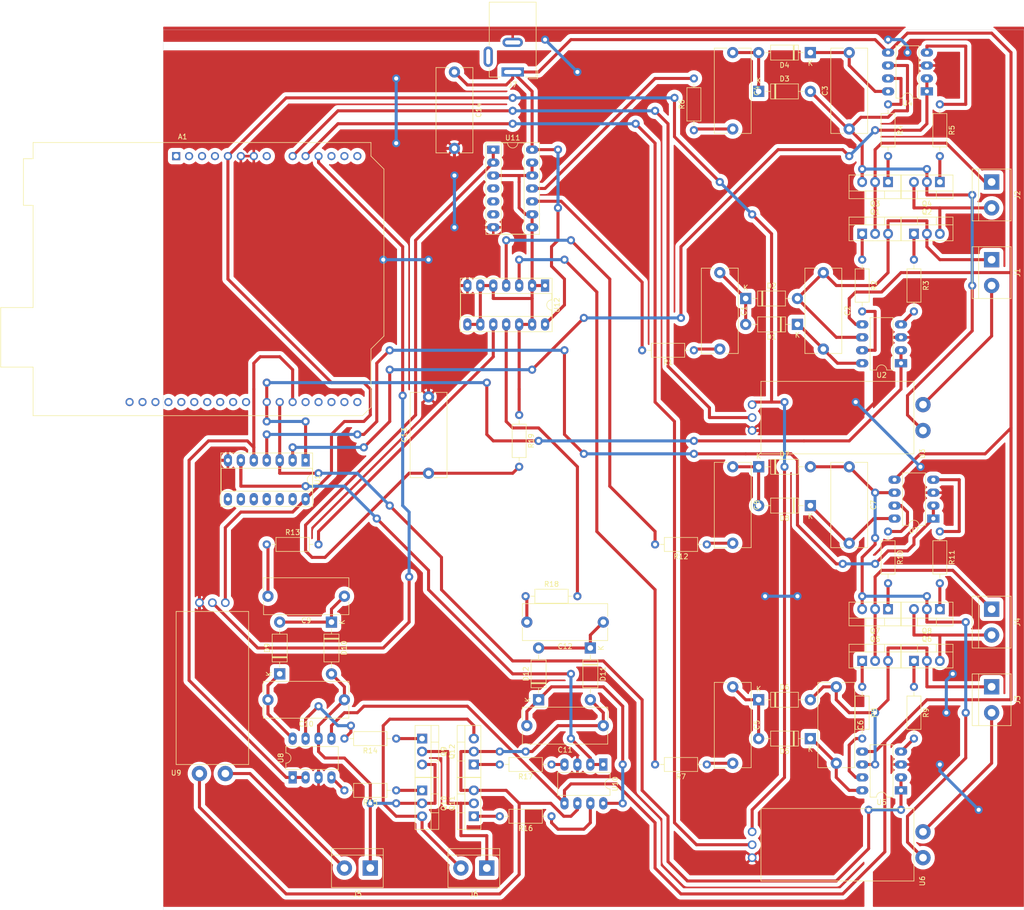
<source format=kicad_pcb>
(kicad_pcb (version 20171130) (host pcbnew "(5.1.9)-1")
  (layers (0 F.Cu signal) (31 B.Cu signal) (34 B.Paste user) (35 F.Paste user hide) (36 B.SilkS user) (37 F.SilkS user) (38 B.Mask user hide) (39 F.Mask user hide) (44 Edge.Cuts user))
  (net 0 "")
  (net 1 "Net-(A1-Pad32)")
  (net 2 "Net-(A1-Pad31)")
  (net 3 "Net-(A1-Pad1)")
  (net 4 "Net-(A1-Pad17)")
  (net 5 "Net-(A1-Pad2)")
  (net 6 "Net-(A1-Pad18)")
  (net 7 "Net-(A1-Pad3)")
  (net 8 "Net-(A1-Pad19)")
  (net 9 "Net-(A1-Pad4)")
  (net 10 /ArduinoUno/D5)
  (net 11 +5V)
  (net 12 /ArduinoUno/D6)
  (net 13 GND)
  (net 14 /ArduinoUno/D7)
  (net 15 "Net-(A1-Pad23)")
  (net 16 "Net-(A1-Pad8)")
  (net 17 "Net-(A1-Pad24)")
  (net 18 /ArduinoUno/Ix)
  (net 19 "Net-(A1-Pad25)")
  (net 20 /ArduinoUno/Iy)
  (net 21 "Net-(A1-Pad26)")
  (net 22 /ArduinoUno/Iz)
  (net 23 "Net-(A1-Pad27)")
  (net 24 "Net-(A1-Pad12)")
  (net 25 "Net-(A1-Pad28)")
  (net 26 "Net-(A1-Pad13)")
  (net 27 "Net-(A1-Pad29)")
  (net 28 "Net-(A1-Pad14)")
  (net 29 "Net-(A1-Pad30)")
  (net 30 "Net-(A1-Pad15)")
  (net 31 "Net-(A1-Pad16)")
  (net 32 "Net-(C1-Pad1)")
  (net 33 "Net-(C1-Pad2)")
  (net 34 "Net-(C2-Pad2)")
  (net 35 "Net-(C2-Pad1)")
  (net 36 "Net-(C3-Pad1)")
  (net 37 "Net-(C3-Pad2)")
  (net 38 "Net-(C4-Pad1)")
  (net 39 "Net-(C4-Pad2)")
  (net 40 "Net-(C5-Pad2)")
  (net 41 "Net-(C5-Pad1)")
  (net 42 "Net-(C6-Pad2)")
  (net 43 "Net-(C6-Pad1)")
  (net 44 "Net-(C7-Pad2)")
  (net 45 "Net-(C7-Pad1)")
  (net 46 "Net-(C8-Pad2)")
  (net 47 "Net-(C8-Pad1)")
  (net 48 "Net-(C9-Pad2)")
  (net 49 "Net-(C9-Pad1)")
  (net 50 "Net-(C10-Pad1)")
  (net 51 "Net-(C10-Pad2)")
  (net 52 "Net-(C11-Pad2)")
  (net 53 "Net-(C11-Pad1)")
  (net 54 "Net-(C12-Pad1)")
  (net 55 "Net-(C12-Pad2)")
  (net 56 "Net-(C13-Pad1)")
  (net 57 +12V)
  (net 58 "Net-(J1-Pad2)")
  (net 59 "Net-(J2-Pad2)")
  (net 60 "Net-(J2-Pad1)")
  (net 61 "Net-(J3-Pad2)")
  (net 62 "Net-(J4-Pad2)")
  (net 63 "Net-(J4-Pad1)")
  (net 64 "Net-(J5-Pad2)")
  (net 65 "Net-(J6-Pad1)")
  (net 66 "Net-(J6-Pad2)")
  (net 67 "Net-(J7-Pad3)")
  (net 68 "Net-(Q1-Pad1)")
  (net 69 "Net-(Q2-Pad1)")
  (net 70 "Net-(Q3-Pad1)")
  (net 71 "Net-(Q4-Pad1)")
  (net 72 "Net-(Q5-Pad1)")
  (net 73 "Net-(Q6-Pad1)")
  (net 74 "Net-(Q7-Pad1)")
  (net 75 "Net-(Q8-Pad1)")
  (net 76 "Net-(Q9-Pad1)")
  (net 77 "Net-(Q10-Pad1)")
  (net 78 "Net-(Q11-Pad1)")
  (net 79 "Net-(Q12-Pad1)")
  (net 80 /Ociladores/XA)
  (net 81 "Net-(R2-Pad2)")
  (net 82 "Net-(R3-Pad2)")
  (net 83 "Net-(R4-Pad1)")
  (net 84 "Net-(R5-Pad1)")
  (net 85 /Ociladores/XB)
  (net 86 /Ociladores/YA)
  (net 87 "Net-(R8-Pad2)")
  (net 88 "Net-(R9-Pad2)")
  (net 89 "Net-(R10-Pad1)")
  (net 90 "Net-(R11-Pad1)")
  (net 91 /Ociladores/YB)
  (net 92 /Ociladores/ZA)
  (net 93 "Net-(R14-Pad2)")
  (net 94 "Net-(R15-Pad2)")
  (net 95 "Net-(R16-Pad1)")
  (net 96 "Net-(R17-Pad1)")
  (net 97 /Ociladores/ZB)
  (net 98 "Net-(R19-Pad1)")
  (net 99 /PonteHx/ND7)
  (net 100 /PonteHy/ND6)
  (net 101 /PonteHz/ND5)
  (net 102 "Net-(U11-Pad4)")
  (net 103 "Net-(U11-Pad5)")
  (net 104 "Net-(U11-Pad6)")
  (module Module:Arduino_UNO_R3 (layer F.Cu) (at 48.26 41.91)
    (fp_text reference A1 (at 1.27 -3.81 180) (layer F.SilkS))
    (fp_text value Arduino_UNO_R3)
    (pad 32 thru_hole oval (at -9.14 48.26 90) (size 1.6 1.6) (drill 1) (layers *.Cu *.Mask) (net 1 "Net-(A1-Pad32)"))
    (pad 31 thru_hole oval (at -6.6 48.26 90) (size 1.6 1.6) (drill 1) (layers *.Cu *.Mask) (net 2 "Net-(A1-Pad31)"))
    (pad 1 thru_hole rect (at 0 0 90) (size 1.6 1.6) (drill 1) (layers *.Cu *.Mask) (net 3 "Net-(A1-Pad1)"))
    (pad 17 thru_hole oval (at 30.48 48.26 90) (size 1.6 1.6) (drill 1) (layers *.Cu *.Mask) (net 4 "Net-(A1-Pad17)"))
    (pad 2 thru_hole oval (at 2.54 0 90) (size 1.6 1.6) (drill 1) (layers *.Cu *.Mask) (net 5 "Net-(A1-Pad2)"))
    (pad 18 thru_hole oval (at 27.94 48.26 90) (size 1.6 1.6) (drill 1) (layers *.Cu *.Mask) (net 6 "Net-(A1-Pad18)"))
    (pad 3 thru_hole oval (at 5.08 0 90) (size 1.6 1.6) (drill 1) (layers *.Cu *.Mask) (net 7 "Net-(A1-Pad3)"))
    (pad 19 thru_hole oval (at 25.4 48.26 90) (size 1.6 1.6) (drill 1) (layers *.Cu *.Mask) (net 8 "Net-(A1-Pad19)"))
    (pad 4 thru_hole oval (at 7.62 0 90) (size 1.6 1.6) (drill 1) (layers *.Cu *.Mask) (net 9 "Net-(A1-Pad4)"))
    (pad 20 thru_hole oval (at 22.86 48.26 90) (size 1.6 1.6) (drill 1) (layers *.Cu *.Mask) (net 10 /ArduinoUno/D5))
    (pad 5 thru_hole oval (at 10.16 0 90) (size 1.6 1.6) (drill 1) (layers *.Cu *.Mask) (net 11 +5V))
    (pad 21 thru_hole oval (at 20.32 48.26 90) (size 1.6 1.6) (drill 1) (layers *.Cu *.Mask) (net 12 /ArduinoUno/D6))
    (pad 6 thru_hole oval (at 12.7 0 90) (size 1.6 1.6) (drill 1) (layers *.Cu *.Mask) (net 13 GND))
    (pad 22 thru_hole oval (at 17.78 48.26 90) (size 1.6 1.6) (drill 1) (layers *.Cu *.Mask) (net 14 /ArduinoUno/D7))
    (pad 7 thru_hole oval (at 15.24 0 90) (size 1.6 1.6) (drill 1) (layers *.Cu *.Mask) (net 13 GND))
    (pad 23 thru_hole oval (at 13.72 48.26 90) (size 1.6 1.6) (drill 1) (layers *.Cu *.Mask) (net 15 "Net-(A1-Pad23)"))
    (pad 8 thru_hole oval (at 17.78 0 90) (size 1.6 1.6) (drill 1) (layers *.Cu *.Mask) (net 16 "Net-(A1-Pad8)"))
    (pad 24 thru_hole oval (at 11.18 48.26 90) (size 1.6 1.6) (drill 1) (layers *.Cu *.Mask) (net 17 "Net-(A1-Pad24)"))
    (pad 9 thru_hole oval (at 22.86 0 90) (size 1.6 1.6) (drill 1) (layers *.Cu *.Mask) (net 18 /ArduinoUno/Ix))
    (pad 25 thru_hole oval (at 8.64 48.26 90) (size 1.6 1.6) (drill 1) (layers *.Cu *.Mask) (net 19 "Net-(A1-Pad25)"))
    (pad 10 thru_hole oval (at 25.4 0 90) (size 1.6 1.6) (drill 1) (layers *.Cu *.Mask) (net 20 /ArduinoUno/Iy))
    (pad 26 thru_hole oval (at 6.1 48.26 90) (size 1.6 1.6) (drill 1) (layers *.Cu *.Mask) (net 21 "Net-(A1-Pad26)"))
    (pad 11 thru_hole oval (at 27.94 0 90) (size 1.6 1.6) (drill 1) (layers *.Cu *.Mask) (net 22 /ArduinoUno/Iz))
    (pad 27 thru_hole oval (at 3.56 48.26 90) (size 1.6 1.6) (drill 1) (layers *.Cu *.Mask) (net 23 "Net-(A1-Pad27)"))
    (pad 12 thru_hole oval (at 30.48 0 90) (size 1.6 1.6) (drill 1) (layers *.Cu *.Mask) (net 24 "Net-(A1-Pad12)"))
    (pad 28 thru_hole oval (at 1.02 48.26 90) (size 1.6 1.6) (drill 1) (layers *.Cu *.Mask) (net 25 "Net-(A1-Pad28)"))
    (pad 13 thru_hole oval (at 33.02 0 90) (size 1.6 1.6) (drill 1) (layers *.Cu *.Mask) (net 26 "Net-(A1-Pad13)"))
    (pad 29 thru_hole oval (at -1.52 48.26 90) (size 1.6 1.6) (drill 1) (layers *.Cu *.Mask) (net 27 "Net-(A1-Pad29)"))
    (pad 14 thru_hole oval (at 35.56 0 90) (size 1.6 1.6) (drill 1) (layers *.Cu *.Mask) (net 28 "Net-(A1-Pad14)"))
    (pad 30 thru_hole oval (at -4.06 48.26 90) (size 1.6 1.6) (drill 1) (layers *.Cu *.Mask) (net 29 "Net-(A1-Pad30)"))
    (pad 15 thru_hole oval (at 35.56 48.26 90) (size 1.6 1.6) (drill 1) (layers *.Cu *.Mask) (net 30 "Net-(A1-Pad15)"))
    (pad 16 thru_hole oval (at 33.02 48.26 90) (size 1.6 1.6) (drill 1) (layers *.Cu *.Mask) (net 31 "Net-(A1-Pad16)"))
  )
  (module Capacitor_THT:C_Rect_L16.5mm_W7.0mm_P15.00mm_MKT (layer F.Cu) (at 154.94 64.77 270)
    (fp_text reference C1 (at 7.5 -4.75 90) (layer F.SilkS))
    (fp_text value 100nF)
    (pad 1 thru_hole circle (at 0 0 270) (size 2.2 2.2) (drill 1.1) (layers *.Cu *.Mask) (net 32 "Net-(C1-Pad1)"))
    (pad 2 thru_hole circle (at 15 0 270) (size 2.2 2.2) (drill 1.1) (layers *.Cu *.Mask) (net 33 "Net-(C1-Pad2)"))
  )
  (module Capacitor_THT:C_Rect_L16.5mm_W7.0mm_P15.00mm_MKT (layer F.Cu) (at 175.26 64.77 270)
    (fp_text reference C2 (at 7.5 -4.75 90) (layer F.SilkS))
    (fp_text value 100nF)
    (pad 2 thru_hole circle (at 15 0 270) (size 2.2 2.2) (drill 1.1) (layers *.Cu *.Mask) (net 34 "Net-(C2-Pad2)"))
    (pad 1 thru_hole circle (at 0 0 270) (size 2.2 2.2) (drill 1.1) (layers *.Cu *.Mask) (net 35 "Net-(C2-Pad1)"))
  )
  (module Capacitor_THT:C_Rect_L16.5mm_W7.0mm_P15.00mm_MKT (layer F.Cu) (at 180.34 36.59 90)
    (fp_text reference C3 (at 7.5 -4.75 90) (layer F.SilkS))
    (fp_text value 100nF)
    (pad 1 thru_hole circle (at 0 0 90) (size 2.2 2.2) (drill 1.1) (layers *.Cu *.Mask) (net 36 "Net-(C3-Pad1)"))
    (pad 2 thru_hole circle (at 15 0 90) (size 2.2 2.2) (drill 1.1) (layers *.Cu *.Mask) (net 37 "Net-(C3-Pad2)"))
  )
  (module Capacitor_THT:C_Rect_L16.5mm_W7.0mm_P15.00mm_MKT (layer F.Cu) (at 157.48 21.59 270)
    (fp_text reference C4 (at 7.5 -4.75 90) (layer F.SilkS))
    (fp_text value 100nF)
    (pad 1 thru_hole circle (at 0 0 270) (size 2.2 2.2) (drill 1.1) (layers *.Cu *.Mask) (net 38 "Net-(C4-Pad1)"))
    (pad 2 thru_hole circle (at 15 0 270) (size 2.2 2.2) (drill 1.1) (layers *.Cu *.Mask) (net 39 "Net-(C4-Pad2)"))
  )
  (module Capacitor_THT:C_Rect_L16.5mm_W7.0mm_P15.00mm_MKT (layer F.Cu) (at 157.48 146.05 270)
    (fp_text reference C5 (at 7.5 -4.75 90) (layer F.SilkS))
    (fp_text value 100nF)
    (pad 2 thru_hole circle (at 15 0 270) (size 2.2 2.2) (drill 1.1) (layers *.Cu *.Mask) (net 40 "Net-(C5-Pad2)"))
    (pad 1 thru_hole circle (at 0 0 270) (size 2.2 2.2) (drill 1.1) (layers *.Cu *.Mask) (net 41 "Net-(C5-Pad1)"))
  )
  (module Capacitor_THT:C_Rect_L16.5mm_W7.0mm_P15.00mm_MKT (layer F.Cu) (at 177.8 146.05 270)
    (fp_text reference C6 (at 7.5 -4.75 90) (layer F.SilkS))
    (fp_text value 100nF)
    (pad 2 thru_hole circle (at 15 0 270) (size 2.2 2.2) (drill 1.1) (layers *.Cu *.Mask) (net 42 "Net-(C6-Pad2)"))
    (pad 1 thru_hole circle (at 0 0 270) (size 2.2 2.2) (drill 1.1) (layers *.Cu *.Mask) (net 43 "Net-(C6-Pad1)"))
  )
  (module Capacitor_THT:C_Rect_L16.5mm_W7.0mm_P15.00mm_MKT (layer F.Cu) (at 180.34 102.87 270)
    (fp_text reference C7 (at 7.5 -4.75 90) (layer F.SilkS))
    (fp_text value 100nF)
    (pad 2 thru_hole circle (at 15 0 270) (size 2.2 2.2) (drill 1.1) (layers *.Cu *.Mask) (net 44 "Net-(C7-Pad2)"))
    (pad 1 thru_hole circle (at 0 0 270) (size 2.2 2.2) (drill 1.1) (layers *.Cu *.Mask) (net 45 "Net-(C7-Pad1)"))
  )
  (module Capacitor_THT:C_Rect_L16.5mm_W7.0mm_P15.00mm_MKT (layer F.Cu) (at 157.48 102.87 270)
    (fp_text reference C8 (at 7.5 -4.75 90) (layer F.SilkS))
    (fp_text value 100nF)
    (pad 2 thru_hole circle (at 15 0 270) (size 2.2 2.2) (drill 1.1) (layers *.Cu *.Mask) (net 46 "Net-(C8-Pad2)"))
    (pad 1 thru_hole circle (at 0 0 270) (size 2.2 2.2) (drill 1.1) (layers *.Cu *.Mask) (net 47 "Net-(C8-Pad1)"))
  )
  (module Capacitor_THT:C_Rect_L16.5mm_W7.0mm_P15.00mm_MKT (layer F.Cu) (at 81.28 128.27 180)
    (fp_text reference C9 (at 7.5 -4.75) (layer F.SilkS))
    (fp_text value 100nF)
    (pad 2 thru_hole circle (at 15 0 180) (size 2.2 2.2) (drill 1.1) (layers *.Cu *.Mask) (net 48 "Net-(C9-Pad2)"))
    (pad 1 thru_hole circle (at 0 0 180) (size 2.2 2.2) (drill 1.1) (layers *.Cu *.Mask) (net 49 "Net-(C9-Pad1)"))
  )
  (module Capacitor_THT:C_Rect_L16.5mm_W7.0mm_P15.00mm_MKT (layer F.Cu) (at 81.28 148.59 180)
    (fp_text reference C10 (at 7.5 -4.75) (layer F.SilkS))
    (fp_text value 100nF)
    (pad 1 thru_hole circle (at 0 0 180) (size 2.2 2.2) (drill 1.1) (layers *.Cu *.Mask) (net 50 "Net-(C10-Pad1)"))
    (pad 2 thru_hole circle (at 15 0 180) (size 2.2 2.2) (drill 1.1) (layers *.Cu *.Mask) (net 51 "Net-(C10-Pad2)"))
  )
  (module Capacitor_THT:C_Rect_L16.5mm_W7.0mm_P15.00mm_MKT (layer F.Cu) (at 132.08 153.67 180)
    (fp_text reference C11 (at 7.5 -4.75) (layer F.SilkS))
    (fp_text value 100nF)
    (pad 2 thru_hole circle (at 15 0 180) (size 2.2 2.2) (drill 1.1) (layers *.Cu *.Mask) (net 52 "Net-(C11-Pad2)"))
    (pad 1 thru_hole circle (at 0 0 180) (size 2.2 2.2) (drill 1.1) (layers *.Cu *.Mask) (net 53 "Net-(C11-Pad1)"))
  )
  (module Capacitor_THT:C_Rect_L16.5mm_W7.0mm_P15.00mm_MKT (layer F.Cu) (at 132.08 133.35 180)
    (fp_text reference C12 (at 7.5 -4.75) (layer F.SilkS))
    (fp_text value 100nF)
    (pad 1 thru_hole circle (at 0 0 180) (size 2.2 2.2) (drill 1.1) (layers *.Cu *.Mask) (net 54 "Net-(C12-Pad1)"))
    (pad 2 thru_hole circle (at 15 0 180) (size 2.2 2.2) (drill 1.1) (layers *.Cu *.Mask) (net 55 "Net-(C12-Pad2)"))
  )
  (module Capacitor_THT:C_Rect_L16.5mm_W7.0mm_P15.00mm_MKT (layer F.Cu) (at 97.79 104.14 90)
    (fp_text reference C13 (at 7.5 -4.75 90) (layer F.SilkS))
    (fp_text value 1uF)
    (pad 1 thru_hole circle (at 0 0 90) (size 2.2 2.2) (drill 1.1) (layers *.Cu *.Mask) (net 56 "Net-(C13-Pad1)"))
    (pad 2 thru_hole circle (at 15 0 90) (size 2.2 2.2) (drill 1.1) (layers *.Cu *.Mask) (net 13 GND))
  )
  (module Capacitor_THT:C_Rect_L16.5mm_W7.0mm_P15.00mm_MKT (layer F.Cu) (at 102.87 25.4 270)
    (fp_text reference C14 (at 7.5 -4.75 90) (layer F.SilkS))
    (fp_text value 100nF)
    (pad 1 thru_hole circle (at 0 0 270) (size 2.2 2.2) (drill 1.1) (layers *.Cu *.Mask) (net 57 +12V))
    (pad 2 thru_hole circle (at 15 0 270) (size 2.2 2.2) (drill 1.1) (layers *.Cu *.Mask) (net 13 GND))
  )
  (module Diode_THT:D_DO-41_SOD81_P10.16mm_Horizontal (layer F.Cu) (at 170.18 74.93 180)
    (fp_text reference D1 (at 5.08 -2.47) (layer F.SilkS))
    (fp_text value 1N5819)
    (fp_text user K (at 0 -2.1) (layer F.SilkS))
    (pad 1 thru_hole rect (at 0 0 180) (size 2.2 2.2) (drill 1.1) (layers *.Cu *.Mask) (net 34 "Net-(C2-Pad2)"))
    (pad 2 thru_hole oval (at 10.16 0 180) (size 2.2 2.2) (drill 1.1) (layers *.Cu *.Mask) (net 32 "Net-(C1-Pad1)"))
  )
  (module Diode_THT:D_DO-41_SOD81_P10.16mm_Horizontal (layer F.Cu) (at 160.02 69.85)
    (fp_text reference D2 (at 5.08 -2.47) (layer F.SilkS))
    (fp_text value 1N5819)
    (fp_text user K (at 0 -2.1) (layer F.SilkS))
    (pad 2 thru_hole oval (at 10.16 0) (size 2.2 2.2) (drill 1.1) (layers *.Cu *.Mask) (net 35 "Net-(C2-Pad1)"))
    (pad 1 thru_hole rect (at 0 0) (size 2.2 2.2) (drill 1.1) (layers *.Cu *.Mask) (net 32 "Net-(C1-Pad1)"))
  )
  (module Diode_THT:D_DO-41_SOD81_P10.16mm_Horizontal (layer F.Cu) (at 162.56 29.21)
    (fp_text reference D3 (at 5.08 -2.47) (layer F.SilkS))
    (fp_text value 1N5819)
    (fp_text user K (at 0 -2.1) (layer F.SilkS))
    (pad 2 thru_hole oval (at 10.16 0) (size 2.2 2.2) (drill 1.1) (layers *.Cu *.Mask) (net 36 "Net-(C3-Pad1)"))
    (pad 1 thru_hole rect (at 0 0) (size 2.2 2.2) (drill 1.1) (layers *.Cu *.Mask) (net 38 "Net-(C4-Pad1)"))
  )
  (module Diode_THT:D_DO-41_SOD81_P10.16mm_Horizontal (layer F.Cu) (at 172.72 21.59 180)
    (fp_text reference D4 (at 5.08 -2.47) (layer F.SilkS))
    (fp_text value 1N5819)
    (fp_text user K (at 0 -2.1) (layer F.SilkS))
    (pad 1 thru_hole rect (at 0 0 180) (size 2.2 2.2) (drill 1.1) (layers *.Cu *.Mask) (net 37 "Net-(C3-Pad2)"))
    (pad 2 thru_hole oval (at 10.16 0 180) (size 2.2 2.2) (drill 1.1) (layers *.Cu *.Mask) (net 38 "Net-(C4-Pad1)"))
  )
  (module Diode_THT:D_DO-41_SOD81_P10.16mm_Horizontal (layer F.Cu) (at 172.72 156.21 180)
    (fp_text reference D5 (at 5.08 -2.47) (layer F.SilkS))
    (fp_text value 1N5819)
    (fp_text user K (at 0 -2.1) (layer F.SilkS))
    (pad 1 thru_hole rect (at 0 0 180) (size 2.2 2.2) (drill 1.1) (layers *.Cu *.Mask) (net 42 "Net-(C6-Pad2)"))
    (pad 2 thru_hole oval (at 10.16 0 180) (size 2.2 2.2) (drill 1.1) (layers *.Cu *.Mask) (net 41 "Net-(C5-Pad1)"))
  )
  (module Diode_THT:D_DO-41_SOD81_P10.16mm_Horizontal (layer F.Cu) (at 162.56 148.59)
    (fp_text reference D6 (at 5.08 -2.47) (layer F.SilkS))
    (fp_text value 1N5819)
    (fp_text user K (at 0 -2.1) (layer F.SilkS))
    (pad 2 thru_hole oval (at 10.16 0) (size 2.2 2.2) (drill 1.1) (layers *.Cu *.Mask) (net 43 "Net-(C6-Pad1)"))
    (pad 1 thru_hole rect (at 0 0) (size 2.2 2.2) (drill 1.1) (layers *.Cu *.Mask) (net 41 "Net-(C5-Pad1)"))
  )
  (module Diode_THT:D_DO-41_SOD81_P10.16mm_Horizontal (layer F.Cu) (at 162.56 102.87)
    (fp_text reference D7 (at 5.08 -2.47) (layer F.SilkS))
    (fp_text value 1N5819)
    (fp_text user K (at 0 -2.1) (layer F.SilkS))
    (pad 2 thru_hole oval (at 10.16 0) (size 2.2 2.2) (drill 1.1) (layers *.Cu *.Mask) (net 45 "Net-(C7-Pad1)"))
    (pad 1 thru_hole rect (at 0 0) (size 2.2 2.2) (drill 1.1) (layers *.Cu *.Mask) (net 47 "Net-(C8-Pad1)"))
  )
  (module Diode_THT:D_DO-41_SOD81_P10.16mm_Horizontal (layer F.Cu) (at 172.72 110.49 180)
    (fp_text reference D8 (at 5.08 -2.47) (layer F.SilkS))
    (fp_text value 1N5819)
    (fp_text user K (at 0 -2.1) (layer F.SilkS))
    (pad 1 thru_hole rect (at 0 0 180) (size 2.2 2.2) (drill 1.1) (layers *.Cu *.Mask) (net 44 "Net-(C7-Pad2)"))
    (pad 2 thru_hole oval (at 10.16 0 180) (size 2.2 2.2) (drill 1.1) (layers *.Cu *.Mask) (net 47 "Net-(C8-Pad1)"))
  )
  (module Diode_THT:D_DO-41_SOD81_P10.16mm_Horizontal (layer F.Cu) (at 68.58 143.51 90)
    (fp_text reference D9 (at 5.08 -2.47 90) (layer F.SilkS))
    (fp_text value 1N5819)
    (fp_text user K (at 0 -2.1 90) (layer F.SilkS))
    (pad 2 thru_hole oval (at 10.16 0 90) (size 2.2 2.2) (drill 1.1) (layers *.Cu *.Mask) (net 49 "Net-(C9-Pad1)"))
    (pad 1 thru_hole rect (at 0 0 90) (size 2.2 2.2) (drill 1.1) (layers *.Cu *.Mask) (net 51 "Net-(C10-Pad2)"))
  )
  (module Diode_THT:D_DO-41_SOD81_P10.16mm_Horizontal (layer F.Cu) (at 78.74 133.35 270)
    (fp_text reference D10 (at 5.08 -2.47 90) (layer F.SilkS))
    (fp_text value 1N5819)
    (fp_text user K (at 0 -2.1 90) (layer F.SilkS))
    (pad 1 thru_hole rect (at 0 0 270) (size 2.2 2.2) (drill 1.1) (layers *.Cu *.Mask) (net 49 "Net-(C9-Pad1)"))
    (pad 2 thru_hole oval (at 10.16 0 270) (size 2.2 2.2) (drill 1.1) (layers *.Cu *.Mask) (net 50 "Net-(C10-Pad1)"))
  )
  (module Diode_THT:D_DO-41_SOD81_P10.16mm_Horizontal (layer F.Cu) (at 129.54 138.43 270)
    (fp_text reference D11 (at 5.08 -2.47 90) (layer F.SilkS))
    (fp_text value 1N5819)
    (fp_text user K (at 0 -2.1 90) (layer F.SilkS))
    (pad 1 thru_hole rect (at 0 0 270) (size 2.2 2.2) (drill 1.1) (layers *.Cu *.Mask) (net 54 "Net-(C12-Pad1)"))
    (pad 2 thru_hole oval (at 10.16 0 270) (size 2.2 2.2) (drill 1.1) (layers *.Cu *.Mask) (net 53 "Net-(C11-Pad1)"))
  )
  (module Diode_THT:D_DO-41_SOD81_P10.16mm_Horizontal (layer F.Cu) (at 119.38 148.59 90)
    (fp_text reference D12 (at 5.08 -2.47 90) (layer F.SilkS))
    (fp_text value 1N5819)
    (fp_text user K (at 0 -2.1 90) (layer F.SilkS))
    (pad 2 thru_hole oval (at 10.16 0 90) (size 2.2 2.2) (drill 1.1) (layers *.Cu *.Mask) (net 54 "Net-(C12-Pad1)"))
    (pad 1 thru_hole rect (at 0 0 90) (size 2.2 2.2) (drill 1.1) (layers *.Cu *.Mask) (net 52 "Net-(C11-Pad2)"))
  )
  (module TerminalBlock:TerminalBlock_bornier-2_P5.08mm (layer F.Cu) (at 208.28 62.23 270)
    (fp_text reference J1 (at 2.54 -5.08 90) (layer F.SilkS))
    (fp_text value Bobinax)
    (pad 1 thru_hole rect (at 0 0 270) (size 3 3) (drill 1.52) (layers *.Cu *.Mask) (net 35 "Net-(C2-Pad1)"))
    (pad 2 thru_hole circle (at 5.08 0 270) (size 3 3) (drill 1.52) (layers *.Cu *.Mask) (net 58 "Net-(J1-Pad2)"))
  )
  (module TerminalBlock:TerminalBlock_bornier-2_P5.08mm (layer F.Cu) (at 208.28 46.99 270)
    (fp_text reference J2 (at 2.54 -5.08 90) (layer F.SilkS))
    (fp_text value Fontex)
    (pad 2 thru_hole circle (at 5.08 0 270) (size 3 3) (drill 1.52) (layers *.Cu *.Mask) (net 59 "Net-(J2-Pad2)"))
    (pad 1 thru_hole rect (at 0 0 270) (size 3 3) (drill 1.52) (layers *.Cu *.Mask) (net 60 "Net-(J2-Pad1)"))
  )
  (module TerminalBlock:TerminalBlock_bornier-2_P5.08mm (layer F.Cu) (at 208.28 146.05 270)
    (fp_text reference J3 (at 2.54 -5.08 90) (layer F.SilkS))
    (fp_text value Bobinay)
    (pad 1 thru_hole rect (at 0 0 270) (size 3 3) (drill 1.52) (layers *.Cu *.Mask) (net 43 "Net-(C6-Pad1)"))
    (pad 2 thru_hole circle (at 5.08 0 270) (size 3 3) (drill 1.52) (layers *.Cu *.Mask) (net 61 "Net-(J3-Pad2)"))
  )
  (module TerminalBlock:TerminalBlock_bornier-2_P5.08mm (layer F.Cu) (at 208.28 130.81 270)
    (fp_text reference J4 (at 2.54 -5.08 90) (layer F.SilkS))
    (fp_text value Fontey)
    (pad 2 thru_hole circle (at 5.08 0 270) (size 3 3) (drill 1.52) (layers *.Cu *.Mask) (net 62 "Net-(J4-Pad2)"))
    (pad 1 thru_hole rect (at 0 0 270) (size 3 3) (drill 1.52) (layers *.Cu *.Mask) (net 63 "Net-(J4-Pad1)"))
  )
  (module TerminalBlock:TerminalBlock_bornier-2_P5.08mm (layer F.Cu) (at 86.36 181.61 180)
    (fp_text reference J5 (at 2.54 -5.08) (layer F.SilkS))
    (fp_text value Bobinaz)
    (pad 2 thru_hole circle (at 5.08 0 180) (size 3 3) (drill 1.52) (layers *.Cu *.Mask) (net 64 "Net-(J5-Pad2)"))
    (pad 1 thru_hole rect (at 0 0 180) (size 3 3) (drill 1.52) (layers *.Cu *.Mask) (net 50 "Net-(C10-Pad1)"))
  )
  (module TerminalBlock:TerminalBlock_bornier-2_P5.08mm (layer F.Cu) (at 109.22 181.61 180)
    (fp_text reference J6 (at 2.54 -5.08) (layer F.SilkS))
    (fp_text value Fontez)
    (pad 1 thru_hole rect (at 0 0 180) (size 3 3) (drill 1.52) (layers *.Cu *.Mask) (net 65 "Net-(J6-Pad1)"))
    (pad 2 thru_hole circle (at 5.08 0 180) (size 3 3) (drill 1.52) (layers *.Cu *.Mask) (net 66 "Net-(J6-Pad2)"))
  )
  (module Connector_BarrelJack:BarrelJack_Wuerth_6941xx301002 (layer F.Cu) (at 114.3 25.4 180)
    (fp_text reference J7 (at 0 -2.5) (layer F.SilkS))
    (fp_text value Barrel_Jack_Switch)
    (pad 3 thru_hole oval (at 4.8 3 270) (size 4 1.8) (drill oval 3 0.8) (layers *.Cu *.Mask) (net 67 "Net-(J7-Pad3)"))
    (pad 2 thru_hole oval (at 0 5.8 180) (size 4 1.8) (drill oval 3 0.8) (layers *.Cu *.Mask) (net 13 GND))
    (pad 1 thru_hole rect (at 0 0 180) (size 4.4 1.8) (drill oval 3.4 0.8) (layers *.Cu *.Mask) (net 57 +12V))
  )
  (module Package_TO_SOT_THT:TO-220-3_Vertical (layer F.Cu) (at 182.88 57.15)
    (fp_text reference Q1 (at 2.54 -4.27) (layer F.SilkS))
    (fp_text value IRFZ44N)
    (pad 1 thru_hole rect (at 0 0) (size 1.905 2) (drill 1.1) (layers *.Cu *.Mask) (net 68 "Net-(Q1-Pad1)"))
    (pad 2 thru_hole oval (at 2.54 0) (size 1.905 2) (drill 1.1) (layers *.Cu *.Mask) (net 60 "Net-(J2-Pad1)"))
    (pad 3 thru_hole oval (at 5.08 0) (size 1.905 2) (drill 1.1) (layers *.Cu *.Mask) (net 35 "Net-(C2-Pad1)"))
  )
  (module Package_TO_SOT_THT:TO-220-3_Vertical (layer F.Cu) (at 193.04 57.15)
    (fp_text reference Q2 (at 2.54 -4.27) (layer F.SilkS))
    (fp_text value IRFZ44N)
    (pad 3 thru_hole oval (at 5.08 0) (size 1.905 2) (drill 1.1) (layers *.Cu *.Mask) (net 59 "Net-(J2-Pad2)"))
    (pad 2 thru_hole oval (at 2.54 0) (size 1.905 2) (drill 1.1) (layers *.Cu *.Mask) (net 35 "Net-(C2-Pad1)"))
    (pad 1 thru_hole rect (at 0 0) (size 1.905 2) (drill 1.1) (layers *.Cu *.Mask) (net 69 "Net-(Q2-Pad1)"))
  )
  (module Package_TO_SOT_THT:TO-220-3_Vertical (layer F.Cu) (at 187.96 46.99 180)
    (fp_text reference Q3 (at 2.54 -4.27) (layer F.SilkS))
    (fp_text value IRFZ44N)
    (pad 3 thru_hole oval (at 5.08 0 180) (size 1.905 2) (drill 1.1) (layers *.Cu *.Mask) (net 36 "Net-(C3-Pad1)"))
    (pad 2 thru_hole oval (at 2.54 0 180) (size 1.905 2) (drill 1.1) (layers *.Cu *.Mask) (net 60 "Net-(J2-Pad1)"))
    (pad 1 thru_hole rect (at 0 0 180) (size 1.905 2) (drill 1.1) (layers *.Cu *.Mask) (net 70 "Net-(Q3-Pad1)"))
  )
  (module Package_TO_SOT_THT:TO-220-3_Vertical (layer F.Cu) (at 198.12 46.99 180)
    (fp_text reference Q4 (at 2.54 -4.27) (layer F.SilkS))
    (fp_text value IRFZ44N)
    (pad 1 thru_hole rect (at 0 0 180) (size 1.905 2) (drill 1.1) (layers *.Cu *.Mask) (net 71 "Net-(Q4-Pad1)"))
    (pad 2 thru_hole oval (at 2.54 0 180) (size 1.905 2) (drill 1.1) (layers *.Cu *.Mask) (net 36 "Net-(C3-Pad1)"))
    (pad 3 thru_hole oval (at 5.08 0 180) (size 1.905 2) (drill 1.1) (layers *.Cu *.Mask) (net 59 "Net-(J2-Pad2)"))
  )
  (module Package_TO_SOT_THT:TO-220-3_Vertical (layer F.Cu) (at 182.88 140.97)
    (fp_text reference Q5 (at 2.54 -4.27) (layer F.SilkS))
    (fp_text value IRFZ44N)
    (pad 1 thru_hole rect (at 0 0) (size 1.905 2) (drill 1.1) (layers *.Cu *.Mask) (net 72 "Net-(Q5-Pad1)"))
    (pad 2 thru_hole oval (at 2.54 0) (size 1.905 2) (drill 1.1) (layers *.Cu *.Mask) (net 63 "Net-(J4-Pad1)"))
    (pad 3 thru_hole oval (at 5.08 0) (size 1.905 2) (drill 1.1) (layers *.Cu *.Mask) (net 43 "Net-(C6-Pad1)"))
  )
  (module Package_TO_SOT_THT:TO-220-3_Vertical (layer F.Cu) (at 193.04 140.97)
    (fp_text reference Q6 (at 2.54 -4.27) (layer F.SilkS))
    (fp_text value IRFZ44N)
    (pad 1 thru_hole rect (at 0 0) (size 1.905 2) (drill 1.1) (layers *.Cu *.Mask) (net 73 "Net-(Q6-Pad1)"))
    (pad 2 thru_hole oval (at 2.54 0) (size 1.905 2) (drill 1.1) (layers *.Cu *.Mask) (net 43 "Net-(C6-Pad1)"))
    (pad 3 thru_hole oval (at 5.08 0) (size 1.905 2) (drill 1.1) (layers *.Cu *.Mask) (net 62 "Net-(J4-Pad2)"))
  )
  (module Package_TO_SOT_THT:TO-220-3_Vertical (layer F.Cu) (at 187.96 130.81 180)
    (fp_text reference Q7 (at 2.54 -4.27) (layer F.SilkS))
    (fp_text value IRFZ44N)
    (pad 3 thru_hole oval (at 5.08 0 180) (size 1.905 2) (drill 1.1) (layers *.Cu *.Mask) (net 45 "Net-(C7-Pad1)"))
    (pad 2 thru_hole oval (at 2.54 0 180) (size 1.905 2) (drill 1.1) (layers *.Cu *.Mask) (net 63 "Net-(J4-Pad1)"))
    (pad 1 thru_hole rect (at 0 0 180) (size 1.905 2) (drill 1.1) (layers *.Cu *.Mask) (net 74 "Net-(Q7-Pad1)"))
  )
  (module Package_TO_SOT_THT:TO-220-3_Vertical (layer F.Cu) (at 198.12 130.81 180)
    (fp_text reference Q8 (at 2.54 -4.27) (layer F.SilkS))
    (fp_text value IRFZ44N)
    (pad 3 thru_hole oval (at 5.08 0 180) (size 1.905 2) (drill 1.1) (layers *.Cu *.Mask) (net 62 "Net-(J4-Pad2)"))
    (pad 2 thru_hole oval (at 2.54 0 180) (size 1.905 2) (drill 1.1) (layers *.Cu *.Mask) (net 45 "Net-(C7-Pad1)"))
    (pad 1 thru_hole rect (at 0 0 180) (size 1.905 2) (drill 1.1) (layers *.Cu *.Mask) (net 75 "Net-(Q8-Pad1)"))
  )
  (module Package_TO_SOT_THT:TO-220-3_Vertical (layer F.Cu) (at 96.52 156.21 270)
    (fp_text reference Q9 (at 2.54 -4.27 90) (layer F.SilkS))
    (fp_text value IRFZ44N)
    (pad 3 thru_hole oval (at 5.08 0 270) (size 1.905 2) (drill 1.1) (layers *.Cu *.Mask) (net 50 "Net-(C10-Pad1)"))
    (pad 2 thru_hole oval (at 2.54 0 270) (size 1.905 2) (drill 1.1) (layers *.Cu *.Mask) (net 65 "Net-(J6-Pad1)"))
    (pad 1 thru_hole rect (at 0 0 270) (size 1.905 2) (drill 1.1) (layers *.Cu *.Mask) (net 76 "Net-(Q9-Pad1)"))
  )
  (module Package_TO_SOT_THT:TO-220-3_Vertical (layer F.Cu) (at 96.52 166.37 270)
    (fp_text reference Q10 (at 2.54 -4.27 90) (layer F.SilkS))
    (fp_text value IRFZ44N)
    (pad 1 thru_hole rect (at 0 0 270) (size 1.905 2) (drill 1.1) (layers *.Cu *.Mask) (net 77 "Net-(Q10-Pad1)"))
    (pad 2 thru_hole oval (at 2.54 0 270) (size 1.905 2) (drill 1.1) (layers *.Cu *.Mask) (net 50 "Net-(C10-Pad1)"))
    (pad 3 thru_hole oval (at 5.08 0 270) (size 1.905 2) (drill 1.1) (layers *.Cu *.Mask) (net 66 "Net-(J6-Pad2)"))
  )
  (module Package_TO_SOT_THT:TO-220-3_Vertical (layer F.Cu) (at 106.68 171.45 90)
    (fp_text reference Q11 (at 2.54 -4.27 90) (layer F.SilkS))
    (fp_text value IRFZ44N)
    (pad 1 thru_hole rect (at 0 0 90) (size 1.905 2) (drill 1.1) (layers *.Cu *.Mask) (net 78 "Net-(Q11-Pad1)"))
    (pad 2 thru_hole oval (at 2.54 0 90) (size 1.905 2) (drill 1.1) (layers *.Cu *.Mask) (net 65 "Net-(J6-Pad1)"))
    (pad 3 thru_hole oval (at 5.08 0 90) (size 1.905 2) (drill 1.1) (layers *.Cu *.Mask) (net 53 "Net-(C11-Pad1)"))
  )
  (module Package_TO_SOT_THT:TO-220-3_Vertical (layer F.Cu) (at 106.68 161.29 90)
    (fp_text reference Q12 (at 2.54 -4.27 90) (layer F.SilkS))
    (fp_text value IRFZ44N)
    (pad 3 thru_hole oval (at 5.08 0 90) (size 1.905 2) (drill 1.1) (layers *.Cu *.Mask) (net 66 "Net-(J6-Pad2)"))
    (pad 2 thru_hole oval (at 2.54 0 90) (size 1.905 2) (drill 1.1) (layers *.Cu *.Mask) (net 53 "Net-(C11-Pad1)"))
    (pad 1 thru_hole rect (at 0 0 90) (size 1.905 2) (drill 1.1) (layers *.Cu *.Mask) (net 79 "Net-(Q12-Pad1)"))
  )
  (module Resistor_THT:R_Axial_DIN0207_L6.3mm_D2.5mm_P10.16mm_Horizontal (layer F.Cu) (at 149.86 80.01 180)
    (fp_text reference R1 (at 5.08 -2.37) (layer F.SilkS))
    (fp_text value 440R)
    (pad 2 thru_hole oval (at 10.16 0 180) (size 1.6 1.6) (drill 0.8) (layers *.Cu *.Mask) (net 80 /Ociladores/XA))
    (pad 1 thru_hole circle (at 0 0 180) (size 1.6 1.6) (drill 0.8) (layers *.Cu *.Mask) (net 33 "Net-(C1-Pad2)"))
  )
  (module Resistor_THT:R_Axial_DIN0207_L6.3mm_D2.5mm_P10.16mm_Horizontal (layer F.Cu) (at 182.88 62.23 270)
    (fp_text reference R2 (at 5.08 -2.37 90) (layer F.SilkS))
    (fp_text value 22R)
    (pad 2 thru_hole oval (at 10.16 0 270) (size 1.6 1.6) (drill 0.8) (layers *.Cu *.Mask) (net 81 "Net-(R2-Pad2)"))
    (pad 1 thru_hole circle (at 0 0 270) (size 1.6 1.6) (drill 0.8) (layers *.Cu *.Mask) (net 68 "Net-(Q1-Pad1)"))
  )
  (module Resistor_THT:R_Axial_DIN0207_L6.3mm_D2.5mm_P10.16mm_Horizontal (layer F.Cu) (at 193.04 62.23 270)
    (fp_text reference R3 (at 5.08 -2.37 90) (layer F.SilkS))
    (fp_text value 22R)
    (pad 1 thru_hole circle (at 0 0 270) (size 1.6 1.6) (drill 0.8) (layers *.Cu *.Mask) (net 69 "Net-(Q2-Pad1)"))
    (pad 2 thru_hole oval (at 10.16 0 270) (size 1.6 1.6) (drill 0.8) (layers *.Cu *.Mask) (net 82 "Net-(R3-Pad2)"))
  )
  (module Resistor_THT:R_Axial_DIN0207_L6.3mm_D2.5mm_P10.16mm_Horizontal (layer F.Cu) (at 187.96 31.75 270)
    (fp_text reference R4 (at 5.08 -2.37 90) (layer F.SilkS))
    (fp_text value 22R)
    (pad 1 thru_hole circle (at 0 0 270) (size 1.6 1.6) (drill 0.8) (layers *.Cu *.Mask) (net 83 "Net-(R4-Pad1)"))
    (pad 2 thru_hole oval (at 10.16 0 270) (size 1.6 1.6) (drill 0.8) (layers *.Cu *.Mask) (net 70 "Net-(Q3-Pad1)"))
  )
  (module Resistor_THT:R_Axial_DIN0207_L6.3mm_D2.5mm_P10.16mm_Horizontal (layer F.Cu) (at 198.12 31.75 270)
    (fp_text reference R5 (at 5.08 -2.37 90) (layer F.SilkS))
    (fp_text value 22R)
    (pad 2 thru_hole oval (at 10.16 0 270) (size 1.6 1.6) (drill 0.8) (layers *.Cu *.Mask) (net 71 "Net-(Q4-Pad1)"))
    (pad 1 thru_hole circle (at 0 0 270) (size 1.6 1.6) (drill 0.8) (layers *.Cu *.Mask) (net 84 "Net-(R5-Pad1)"))
  )
  (module Resistor_THT:R_Axial_DIN0207_L6.3mm_D2.5mm_P10.16mm_Horizontal (layer F.Cu) (at 149.86 36.83 90)
    (fp_text reference R6 (at 5.08 -2.37 90) (layer F.SilkS))
    (fp_text value 440R)
    (pad 1 thru_hole circle (at 0 0 90) (size 1.6 1.6) (drill 0.8) (layers *.Cu *.Mask) (net 39 "Net-(C4-Pad2)"))
    (pad 2 thru_hole oval (at 10.16 0 90) (size 1.6 1.6) (drill 0.8) (layers *.Cu *.Mask) (net 85 /Ociladores/XB))
  )
  (module Resistor_THT:R_Axial_DIN0207_L6.3mm_D2.5mm_P10.16mm_Horizontal (layer F.Cu) (at 152.4 161.29 180)
    (fp_text reference R7 (at 5.08 -2.37) (layer F.SilkS))
    (fp_text value 440R)
    (pad 1 thru_hole circle (at 0 0 180) (size 1.6 1.6) (drill 0.8) (layers *.Cu *.Mask) (net 40 "Net-(C5-Pad2)"))
    (pad 2 thru_hole oval (at 10.16 0 180) (size 1.6 1.6) (drill 0.8) (layers *.Cu *.Mask) (net 86 /Ociladores/YA))
  )
  (module Resistor_THT:R_Axial_DIN0207_L6.3mm_D2.5mm_P10.16mm_Horizontal (layer F.Cu) (at 182.88 146.05 270)
    (fp_text reference R8 (at 5.08 -2.37 90) (layer F.SilkS))
    (fp_text value 22R)
    (pad 2 thru_hole oval (at 10.16 0 270) (size 1.6 1.6) (drill 0.8) (layers *.Cu *.Mask) (net 87 "Net-(R8-Pad2)"))
    (pad 1 thru_hole circle (at 0 0 270) (size 1.6 1.6) (drill 0.8) (layers *.Cu *.Mask) (net 72 "Net-(Q5-Pad1)"))
  )
  (module Resistor_THT:R_Axial_DIN0207_L6.3mm_D2.5mm_P10.16mm_Horizontal (layer F.Cu) (at 193.04 146.05 270)
    (fp_text reference R9 (at 5.08 -2.37 90) (layer F.SilkS))
    (fp_text value 22R)
    (pad 1 thru_hole circle (at 0 0 270) (size 1.6 1.6) (drill 0.8) (layers *.Cu *.Mask) (net 73 "Net-(Q6-Pad1)"))
    (pad 2 thru_hole oval (at 10.16 0 270) (size 1.6 1.6) (drill 0.8) (layers *.Cu *.Mask) (net 88 "Net-(R9-Pad2)"))
  )
  (module Resistor_THT:R_Axial_DIN0207_L6.3mm_D2.5mm_P10.16mm_Horizontal (layer F.Cu) (at 187.96 115.57 270)
    (fp_text reference R10 (at 5.08 -2.37 90) (layer F.SilkS))
    (fp_text value 22R)
    (pad 1 thru_hole circle (at 0 0 270) (size 1.6 1.6) (drill 0.8) (layers *.Cu *.Mask) (net 89 "Net-(R10-Pad1)"))
    (pad 2 thru_hole oval (at 10.16 0 270) (size 1.6 1.6) (drill 0.8) (layers *.Cu *.Mask) (net 74 "Net-(Q7-Pad1)"))
  )
  (module Resistor_THT:R_Axial_DIN0207_L6.3mm_D2.5mm_P10.16mm_Horizontal (layer F.Cu) (at 198.12 115.57 270)
    (fp_text reference R11 (at 5.08 -2.37 90) (layer F.SilkS))
    (fp_text value 22R)
    (pad 2 thru_hole oval (at 10.16 0 270) (size 1.6 1.6) (drill 0.8) (layers *.Cu *.Mask) (net 75 "Net-(Q8-Pad1)"))
    (pad 1 thru_hole circle (at 0 0 270) (size 1.6 1.6) (drill 0.8) (layers *.Cu *.Mask) (net 90 "Net-(R11-Pad1)"))
  )
  (module Resistor_THT:R_Axial_DIN0207_L6.3mm_D2.5mm_P10.16mm_Horizontal (layer F.Cu) (at 152.4 118.11 180)
    (fp_text reference R12 (at 5.08 -2.37) (layer F.SilkS))
    (fp_text value 440R)
    (pad 1 thru_hole circle (at 0 0 180) (size 1.6 1.6) (drill 0.8) (layers *.Cu *.Mask) (net 46 "Net-(C8-Pad2)"))
    (pad 2 thru_hole oval (at 10.16 0 180) (size 1.6 1.6) (drill 0.8) (layers *.Cu *.Mask) (net 91 /Ociladores/YB))
  )
  (module Resistor_THT:R_Axial_DIN0207_L6.3mm_D2.5mm_P10.16mm_Horizontal (layer F.Cu) (at 66.04 118.11)
    (fp_text reference R13 (at 5.08 -2.37) (layer F.SilkS))
    (fp_text value 440R)
    (pad 2 thru_hole oval (at 10.16 0) (size 1.6 1.6) (drill 0.8) (layers *.Cu *.Mask) (net 92 /Ociladores/ZA))
    (pad 1 thru_hole circle (at 0 0) (size 1.6 1.6) (drill 0.8) (layers *.Cu *.Mask) (net 48 "Net-(C9-Pad2)"))
  )
  (module Resistor_THT:R_Axial_DIN0207_L6.3mm_D2.5mm_P10.16mm_Horizontal (layer F.Cu) (at 91.44 156.21 180)
    (fp_text reference R14 (at 5.08 -2.37) (layer F.SilkS))
    (fp_text value 22R)
    (pad 1 thru_hole circle (at 0 0 180) (size 1.6 1.6) (drill 0.8) (layers *.Cu *.Mask) (net 76 "Net-(Q9-Pad1)"))
    (pad 2 thru_hole oval (at 10.16 0 180) (size 1.6 1.6) (drill 0.8) (layers *.Cu *.Mask) (net 93 "Net-(R14-Pad2)"))
  )
  (module Resistor_THT:R_Axial_DIN0207_L6.3mm_D2.5mm_P10.16mm_Horizontal (layer F.Cu) (at 91.44 166.37 180)
    (fp_text reference R15 (at 5.08 -2.37) (layer F.SilkS))
    (fp_text value 22R)
    (pad 1 thru_hole circle (at 0 0 180) (size 1.6 1.6) (drill 0.8) (layers *.Cu *.Mask) (net 77 "Net-(Q10-Pad1)"))
    (pad 2 thru_hole oval (at 10.16 0 180) (size 1.6 1.6) (drill 0.8) (layers *.Cu *.Mask) (net 94 "Net-(R15-Pad2)"))
  )
  (module Resistor_THT:R_Axial_DIN0207_L6.3mm_D2.5mm_P10.16mm_Horizontal (layer F.Cu) (at 121.92 171.45 180)
    (fp_text reference R16 (at 5.08 -2.37) (layer F.SilkS))
    (fp_text value 22R)
    (pad 2 thru_hole oval (at 10.16 0 180) (size 1.6 1.6) (drill 0.8) (layers *.Cu *.Mask) (net 78 "Net-(Q11-Pad1)"))
    (pad 1 thru_hole circle (at 0 0 180) (size 1.6 1.6) (drill 0.8) (layers *.Cu *.Mask) (net 95 "Net-(R16-Pad1)"))
  )
  (module Resistor_THT:R_Axial_DIN0207_L6.3mm_D2.5mm_P10.16mm_Horizontal (layer F.Cu) (at 121.92 161.29 180)
    (fp_text reference R17 (at 5.08 -2.37) (layer F.SilkS))
    (fp_text value 22R)
    (pad 1 thru_hole circle (at 0 0 180) (size 1.6 1.6) (drill 0.8) (layers *.Cu *.Mask) (net 96 "Net-(R17-Pad1)"))
    (pad 2 thru_hole oval (at 10.16 0 180) (size 1.6 1.6) (drill 0.8) (layers *.Cu *.Mask) (net 79 "Net-(Q12-Pad1)"))
  )
  (module Resistor_THT:R_Axial_DIN0207_L6.3mm_D2.5mm_P10.16mm_Horizontal (layer F.Cu) (at 116.84 128.27)
    (fp_text reference R18 (at 5.08 -2.37) (layer F.SilkS))
    (fp_text value 440R)
    (pad 2 thru_hole oval (at 10.16 0) (size 1.6 1.6) (drill 0.8) (layers *.Cu *.Mask) (net 97 /Ociladores/ZB))
    (pad 1 thru_hole circle (at 0 0) (size 1.6 1.6) (drill 0.8) (layers *.Cu *.Mask) (net 55 "Net-(C12-Pad2)"))
  )
  (module Resistor_THT:R_Axial_DIN0207_L6.3mm_D2.5mm_P10.16mm_Horizontal (layer F.Cu) (at 115.57 92.71 270)
    (fp_text reference R19 (at 5.08 -2.37 90) (layer F.SilkS))
    (fp_text value 12K)
    (pad 2 thru_hole oval (at 10.16 0 270) (size 1.6 1.6) (drill 0.8) (layers *.Cu *.Mask) (net 56 "Net-(C13-Pad1)"))
    (pad 1 thru_hole circle (at 0 0 270) (size 1.6 1.6) (drill 0.8) (layers *.Cu *.Mask) (net 98 "Net-(R19-Pad1)"))
  )
  (module Package_DIP:DIP-14_W7.62mm_Socket_LongPads (layer F.Cu) (at 73.66 101.6 270)
    (fp_text reference U1 (at 3.81 -2.33 90) (layer F.SilkS))
    (fp_text value 74HC04)
    (pad 1 thru_hole rect (at 0 0 270) (size 2.4 1.6) (drill 0.8) (layers *.Cu *.Mask) (net 14 /ArduinoUno/D7))
    (pad 8 thru_hole oval (at 7.62 15.24 270) (size 2.4 1.6) (drill 0.8) (layers *.Cu *.Mask))
    (pad 2 thru_hole oval (at 0 2.54 270) (size 2.4 1.6) (drill 0.8) (layers *.Cu *.Mask) (net 99 /PonteHx/ND7))
    (pad 9 thru_hole oval (at 7.62 12.7 270) (size 2.4 1.6) (drill 0.8) (layers *.Cu *.Mask))
    (pad 3 thru_hole oval (at 0 5.08 270) (size 2.4 1.6) (drill 0.8) (layers *.Cu *.Mask) (net 12 /ArduinoUno/D6))
    (pad 10 thru_hole oval (at 7.62 10.16 270) (size 2.4 1.6) (drill 0.8) (layers *.Cu *.Mask))
    (pad 4 thru_hole oval (at 0 7.62 270) (size 2.4 1.6) (drill 0.8) (layers *.Cu *.Mask) (net 100 /PonteHy/ND6))
    (pad 11 thru_hole oval (at 7.62 7.62 270) (size 2.4 1.6) (drill 0.8) (layers *.Cu *.Mask))
    (pad 5 thru_hole oval (at 0 10.16 270) (size 2.4 1.6) (drill 0.8) (layers *.Cu *.Mask) (net 10 /ArduinoUno/D5))
    (pad 12 thru_hole oval (at 7.62 5.08 270) (size 2.4 1.6) (drill 0.8) (layers *.Cu *.Mask))
    (pad 6 thru_hole oval (at 0 12.7 270) (size 2.4 1.6) (drill 0.8) (layers *.Cu *.Mask) (net 101 /PonteHz/ND5))
    (pad 13 thru_hole oval (at 7.62 2.54 270) (size 2.4 1.6) (drill 0.8) (layers *.Cu *.Mask))
    (pad 7 thru_hole oval (at 0 15.24 270) (size 2.4 1.6) (drill 0.8) (layers *.Cu *.Mask) (net 13 GND))
    (pad 14 thru_hole oval (at 7.62 0 270) (size 2.4 1.6) (drill 0.8) (layers *.Cu *.Mask) (net 11 +5V))
  )
  (module Package_DIP:DIP-8_W7.62mm_LongPads (layer F.Cu) (at 190.5 82.55 180)
    (fp_text reference U2 (at 3.81 -2.33) (layer F.SilkS))
    (fp_text value IR2183)
    (pad 8 thru_hole oval (at 7.62 0 180) (size 2.4 1.6) (drill 0.8) (layers *.Cu *.Mask) (net 34 "Net-(C2-Pad2)"))
    (pad 4 thru_hole oval (at 0 7.62 180) (size 2.4 1.6) (drill 0.8) (layers *.Cu *.Mask) (net 82 "Net-(R3-Pad2)"))
    (pad 7 thru_hole oval (at 7.62 2.54 180) (size 2.4 1.6) (drill 0.8) (layers *.Cu *.Mask) (net 81 "Net-(R2-Pad2)"))
    (pad 3 thru_hole oval (at 0 5.08 180) (size 2.4 1.6) (drill 0.8) (layers *.Cu *.Mask) (net 13 GND))
    (pad 6 thru_hole oval (at 7.62 5.08 180) (size 2.4 1.6) (drill 0.8) (layers *.Cu *.Mask) (net 35 "Net-(C2-Pad1)"))
    (pad 2 thru_hole oval (at 0 2.54 180) (size 2.4 1.6) (drill 0.8) (layers *.Cu *.Mask) (net 14 /ArduinoUno/D7))
    (pad 5 thru_hole oval (at 7.62 7.62 180) (size 2.4 1.6) (drill 0.8) (layers *.Cu *.Mask) (net 57 +12V))
    (pad 1 thru_hole rect (at 0 0 180) (size 2.4 1.6) (drill 0.8) (layers *.Cu *.Mask) (net 14 /ArduinoUno/D7))
  )
  (module PonteH:ACS712 (layer F.Cu) (at 193.04 100.33 90)
    (fp_text reference U3 (at 0 1.651 90) (layer F.SilkS))
    (fp_text value ACS715MOD)
    (pad I- thru_hole circle (at 4.572 1.778 90) (size 3 3) (drill 1.5) (layers *.Cu *.Mask) (net 36 "Net-(C3-Pad1)"))
    (pad I+ thru_hole circle (at 9.652 1.778 90) (size 3 3) (drill 1.5) (layers *.Cu *.Mask) (net 58 "Net-(J1-Pad2)"))
    (pad GND thru_hole circle (at 4.572 -31.75 90) (size 1.7 1.7) (drill 1.1) (layers *.Cu *.Mask) (net 13 GND))
    (pad OUT thru_hole circle (at 7.112 -31.75 90) (size 1.7 1.7) (drill 1.1) (layers *.Cu *.Mask) (net 18 /ArduinoUno/Ix))
    (pad VCC thru_hole circle (at 9.652 -31.75 90) (size 1.7 1.7) (drill 1.1) (layers *.Cu *.Mask) (net 11 +5V))
  )
  (module Package_DIP:DIP-8_W7.62mm_LongPads (layer F.Cu) (at 195.58 29.21 180)
    (fp_text reference U4 (at 3.81 -2.33) (layer F.SilkS))
    (fp_text value IR2183)
    (pad 1 thru_hole rect (at 0 0 180) (size 2.4 1.6) (drill 0.8) (layers *.Cu *.Mask) (net 99 /PonteHx/ND7))
    (pad 5 thru_hole oval (at 7.62 7.62 180) (size 2.4 1.6) (drill 0.8) (layers *.Cu *.Mask) (net 57 +12V))
    (pad 2 thru_hole oval (at 0 2.54 180) (size 2.4 1.6) (drill 0.8) (layers *.Cu *.Mask) (net 99 /PonteHx/ND7))
    (pad 6 thru_hole oval (at 7.62 5.08 180) (size 2.4 1.6) (drill 0.8) (layers *.Cu *.Mask) (net 36 "Net-(C3-Pad1)"))
    (pad 3 thru_hole oval (at 0 5.08 180) (size 2.4 1.6) (drill 0.8) (layers *.Cu *.Mask) (net 13 GND))
    (pad 7 thru_hole oval (at 7.62 2.54 180) (size 2.4 1.6) (drill 0.8) (layers *.Cu *.Mask) (net 83 "Net-(R4-Pad1)"))
    (pad 4 thru_hole oval (at 0 7.62 180) (size 2.4 1.6) (drill 0.8) (layers *.Cu *.Mask) (net 84 "Net-(R5-Pad1)"))
    (pad 8 thru_hole oval (at 7.62 0 180) (size 2.4 1.6) (drill 0.8) (layers *.Cu *.Mask) (net 37 "Net-(C3-Pad2)"))
  )
  (module Package_DIP:DIP-8_W7.62mm_LongPads (layer F.Cu) (at 190.5 166.37 180)
    (fp_text reference U5 (at 3.81 -2.33) (layer F.SilkS))
    (fp_text value IR2183)
    (pad 1 thru_hole rect (at 0 0 180) (size 2.4 1.6) (drill 0.8) (layers *.Cu *.Mask) (net 12 /ArduinoUno/D6))
    (pad 5 thru_hole oval (at 7.62 7.62 180) (size 2.4 1.6) (drill 0.8) (layers *.Cu *.Mask) (net 57 +12V))
    (pad 2 thru_hole oval (at 0 2.54 180) (size 2.4 1.6) (drill 0.8) (layers *.Cu *.Mask) (net 12 /ArduinoUno/D6))
    (pad 6 thru_hole oval (at 7.62 5.08 180) (size 2.4 1.6) (drill 0.8) (layers *.Cu *.Mask) (net 43 "Net-(C6-Pad1)"))
    (pad 3 thru_hole oval (at 0 5.08 180) (size 2.4 1.6) (drill 0.8) (layers *.Cu *.Mask) (net 13 GND))
    (pad 7 thru_hole oval (at 7.62 2.54 180) (size 2.4 1.6) (drill 0.8) (layers *.Cu *.Mask) (net 87 "Net-(R8-Pad2)"))
    (pad 4 thru_hole oval (at 0 7.62 180) (size 2.4 1.6) (drill 0.8) (layers *.Cu *.Mask) (net 88 "Net-(R9-Pad2)"))
    (pad 8 thru_hole oval (at 7.62 0 180) (size 2.4 1.6) (drill 0.8) (layers *.Cu *.Mask) (net 42 "Net-(C6-Pad2)"))
  )
  (module PonteH:ACS712 (layer F.Cu) (at 193.04 184.15 90)
    (fp_text reference U6 (at 0 1.651 90) (layer F.SilkS))
    (fp_text value ACS715MOD)
    (pad I- thru_hole circle (at 4.572 1.778 90) (size 3 3) (drill 1.5) (layers *.Cu *.Mask) (net 45 "Net-(C7-Pad1)"))
    (pad I+ thru_hole circle (at 9.652 1.778 90) (size 3 3) (drill 1.5) (layers *.Cu *.Mask) (net 61 "Net-(J3-Pad2)"))
    (pad GND thru_hole circle (at 4.572 -31.75 90) (size 1.7 1.7) (drill 1.1) (layers *.Cu *.Mask) (net 13 GND))
    (pad OUT thru_hole circle (at 7.112 -31.75 90) (size 1.7 1.7) (drill 1.1) (layers *.Cu *.Mask) (net 20 /ArduinoUno/Iy))
    (pad VCC thru_hole circle (at 9.652 -31.75 90) (size 1.7 1.7) (drill 1.1) (layers *.Cu *.Mask) (net 11 +5V))
  )
  (module Package_DIP:DIP-8_W7.62mm_LongPads (layer F.Cu) (at 196.85 113.03 180)
    (fp_text reference U7 (at 3.81 -2.33) (layer F.SilkS))
    (fp_text value IR2183)
    (pad 8 thru_hole oval (at 7.62 0 180) (size 2.4 1.6) (drill 0.8) (layers *.Cu *.Mask) (net 44 "Net-(C7-Pad2)"))
    (pad 4 thru_hole oval (at 0 7.62 180) (size 2.4 1.6) (drill 0.8) (layers *.Cu *.Mask) (net 90 "Net-(R11-Pad1)"))
    (pad 7 thru_hole oval (at 7.62 2.54 180) (size 2.4 1.6) (drill 0.8) (layers *.Cu *.Mask) (net 89 "Net-(R10-Pad1)"))
    (pad 3 thru_hole oval (at 0 5.08 180) (size 2.4 1.6) (drill 0.8) (layers *.Cu *.Mask) (net 13 GND))
    (pad 6 thru_hole oval (at 7.62 5.08 180) (size 2.4 1.6) (drill 0.8) (layers *.Cu *.Mask) (net 45 "Net-(C7-Pad1)"))
    (pad 2 thru_hole oval (at 0 2.54 180) (size 2.4 1.6) (drill 0.8) (layers *.Cu *.Mask) (net 100 /PonteHy/ND6))
    (pad 5 thru_hole oval (at 7.62 7.62 180) (size 2.4 1.6) (drill 0.8) (layers *.Cu *.Mask) (net 57 +12V))
    (pad 1 thru_hole rect (at 0 0 180) (size 2.4 1.6) (drill 0.8) (layers *.Cu *.Mask) (net 100 /PonteHy/ND6))
  )
  (module Package_DIP:DIP-8_W7.62mm_LongPads (layer F.Cu) (at 71.12 163.83 90)
    (fp_text reference U8 (at 3.81 -2.33 90) (layer F.SilkS))
    (fp_text value IR2183)
    (pad 1 thru_hole rect (at 0 0 90) (size 2.4 1.6) (drill 0.8) (layers *.Cu *.Mask) (net 10 /ArduinoUno/D5))
    (pad 5 thru_hole oval (at 7.62 7.62 90) (size 2.4 1.6) (drill 0.8) (layers *.Cu *.Mask) (net 57 +12V))
    (pad 2 thru_hole oval (at 0 2.54 90) (size 2.4 1.6) (drill 0.8) (layers *.Cu *.Mask) (net 10 /ArduinoUno/D5))
    (pad 6 thru_hole oval (at 7.62 5.08 90) (size 2.4 1.6) (drill 0.8) (layers *.Cu *.Mask) (net 50 "Net-(C10-Pad1)"))
    (pad 3 thru_hole oval (at 0 5.08 90) (size 2.4 1.6) (drill 0.8) (layers *.Cu *.Mask) (net 13 GND))
    (pad 7 thru_hole oval (at 7.62 2.54 90) (size 2.4 1.6) (drill 0.8) (layers *.Cu *.Mask) (net 93 "Net-(R14-Pad2)"))
    (pad 4 thru_hole oval (at 0 7.62 90) (size 2.4 1.6) (drill 0.8) (layers *.Cu *.Mask) (net 94 "Net-(R15-Pad2)"))
    (pad 8 thru_hole oval (at 7.62 0 90) (size 2.4 1.6) (drill 0.8) (layers *.Cu *.Mask) (net 51 "Net-(C10-Pad2)"))
  )
  (module PonteH:ACS712 (layer F.Cu) (at 48.26 161.29)
    (fp_text reference U9 (at 0 1.651) (layer F.SilkS))
    (fp_text value ACS715MOD)
    (pad VCC thru_hole circle (at 9.652 -31.75) (size 1.7 1.7) (drill 1.1) (layers *.Cu *.Mask) (net 11 +5V))
    (pad OUT thru_hole circle (at 7.112 -31.75) (size 1.7 1.7) (drill 1.1) (layers *.Cu *.Mask) (net 22 /ArduinoUno/Iz))
    (pad GND thru_hole circle (at 4.572 -31.75) (size 1.7 1.7) (drill 1.1) (layers *.Cu *.Mask) (net 13 GND))
    (pad I+ thru_hole circle (at 9.652 1.778) (size 3 3) (drill 1.5) (layers *.Cu *.Mask) (net 64 "Net-(J5-Pad2)"))
    (pad I- thru_hole circle (at 4.572 1.778) (size 3 3) (drill 1.5) (layers *.Cu *.Mask) (net 53 "Net-(C11-Pad1)"))
  )
  (module Package_DIP:DIP-8_W7.62mm_LongPads (layer F.Cu) (at 132.08 161.29 270)
    (fp_text reference U10 (at 3.81 -2.33 90) (layer F.SilkS))
    (fp_text value IR2183)
    (pad 8 thru_hole oval (at 7.62 0 270) (size 2.4 1.6) (drill 0.8) (layers *.Cu *.Mask) (net 52 "Net-(C11-Pad2)"))
    (pad 4 thru_hole oval (at 0 7.62 270) (size 2.4 1.6) (drill 0.8) (layers *.Cu *.Mask) (net 96 "Net-(R17-Pad1)"))
    (pad 7 thru_hole oval (at 7.62 2.54 270) (size 2.4 1.6) (drill 0.8) (layers *.Cu *.Mask) (net 95 "Net-(R16-Pad1)"))
    (pad 3 thru_hole oval (at 0 5.08 270) (size 2.4 1.6) (drill 0.8) (layers *.Cu *.Mask) (net 13 GND))
    (pad 6 thru_hole oval (at 7.62 5.08 270) (size 2.4 1.6) (drill 0.8) (layers *.Cu *.Mask) (net 53 "Net-(C11-Pad1)"))
    (pad 2 thru_hole oval (at 0 2.54 270) (size 2.4 1.6) (drill 0.8) (layers *.Cu *.Mask) (net 101 /PonteHz/ND5))
    (pad 5 thru_hole oval (at 7.62 7.62 270) (size 2.4 1.6) (drill 0.8) (layers *.Cu *.Mask) (net 57 +12V))
    (pad 1 thru_hole rect (at 0 0 270) (size 2.4 1.6) (drill 0.8) (layers *.Cu *.Mask) (net 101 /PonteHz/ND5))
  )
  (module Package_DIP:DIP-14_W7.62mm_Socket_LongPads (layer F.Cu) (at 110.49 40.64)
    (fp_text reference U11 (at 3.81 -2.33) (layer F.SilkS))
    (fp_text value HEF4093B)
    (pad 1 thru_hole rect (at 0 0) (size 2.4 1.6) (drill 0.8) (layers *.Cu *.Mask) (net 56 "Net-(C13-Pad1)"))
    (pad 8 thru_hole oval (at 7.62 15.24) (size 2.4 1.6) (drill 0.8) (layers *.Cu *.Mask) (net 98 "Net-(R19-Pad1)"))
    (pad 2 thru_hole oval (at 0 2.54) (size 2.4 1.6) (drill 0.8) (layers *.Cu *.Mask) (net 56 "Net-(C13-Pad1)"))
    (pad 9 thru_hole oval (at 7.62 12.7) (size 2.4 1.6) (drill 0.8) (layers *.Cu *.Mask) (net 98 "Net-(R19-Pad1)"))
    (pad 3 thru_hole oval (at 0 5.08) (size 2.4 1.6) (drill 0.8) (layers *.Cu *.Mask) (net 98 "Net-(R19-Pad1)"))
    (pad 10 thru_hole oval (at 7.62 10.16) (size 2.4 1.6) (drill 0.8) (layers *.Cu *.Mask) (net 80 /Ociladores/XA))
    (pad 4 thru_hole oval (at 0 7.62) (size 2.4 1.6) (drill 0.8) (layers *.Cu *.Mask) (net 102 "Net-(U11-Pad4)"))
    (pad 11 thru_hole oval (at 7.62 7.62) (size 2.4 1.6) (drill 0.8) (layers *.Cu *.Mask) (net 85 /Ociladores/XB))
    (pad 5 thru_hole oval (at 0 10.16) (size 2.4 1.6) (drill 0.8) (layers *.Cu *.Mask) (net 103 "Net-(U11-Pad5)"))
    (pad 12 thru_hole oval (at 7.62 5.08) (size 2.4 1.6) (drill 0.8) (layers *.Cu *.Mask) (net 98 "Net-(R19-Pad1)"))
    (pad 6 thru_hole oval (at 0 12.7) (size 2.4 1.6) (drill 0.8) (layers *.Cu *.Mask) (net 104 "Net-(U11-Pad6)"))
    (pad 13 thru_hole oval (at 7.62 2.54) (size 2.4 1.6) (drill 0.8) (layers *.Cu *.Mask) (net 98 "Net-(R19-Pad1)"))
    (pad 7 thru_hole oval (at 0 15.24) (size 2.4 1.6) (drill 0.8) (layers *.Cu *.Mask) (net 13 GND))
    (pad 14 thru_hole oval (at 7.62 0) (size 2.4 1.6) (drill 0.8) (layers *.Cu *.Mask) (net 57 +12V))
  )
  (module Package_DIP:DIP-14_W7.62mm_Socket_LongPads (layer F.Cu) (at 120.65 67.31 270)
    (fp_text reference U12 (at 3.81 -2.33 90) (layer F.SilkS))
    (fp_text value HEF4093B)
    (pad 14 thru_hole oval (at 7.62 0 270) (size 2.4 1.6) (drill 0.8) (layers *.Cu *.Mask) (net 57 +12V))
    (pad 7 thru_hole oval (at 0 15.24 270) (size 2.4 1.6) (drill 0.8) (layers *.Cu *.Mask) (net 13 GND))
    (pad 13 thru_hole oval (at 7.62 2.54 270) (size 2.4 1.6) (drill 0.8) (layers *.Cu *.Mask) (net 98 "Net-(R19-Pad1)"))
    (pad 6 thru_hole oval (at 0 12.7 270) (size 2.4 1.6) (drill 0.8) (layers *.Cu *.Mask) (net 98 "Net-(R19-Pad1)"))
    (pad 12 thru_hole oval (at 7.62 5.08 270) (size 2.4 1.6) (drill 0.8) (layers *.Cu *.Mask) (net 98 "Net-(R19-Pad1)"))
    (pad 5 thru_hole oval (at 0 10.16 270) (size 2.4 1.6) (drill 0.8) (layers *.Cu *.Mask) (net 98 "Net-(R19-Pad1)"))
    (pad 11 thru_hole oval (at 7.62 7.62 270) (size 2.4 1.6) (drill 0.8) (layers *.Cu *.Mask) (net 97 /Ociladores/ZB))
    (pad 4 thru_hole oval (at 0 7.62 270) (size 2.4 1.6) (drill 0.8) (layers *.Cu *.Mask) (net 91 /Ociladores/YB))
    (pad 10 thru_hole oval (at 7.62 10.16 270) (size 2.4 1.6) (drill 0.8) (layers *.Cu *.Mask) (net 92 /Ociladores/ZA))
    (pad 3 thru_hole oval (at 0 5.08 270) (size 2.4 1.6) (drill 0.8) (layers *.Cu *.Mask) (net 86 /Ociladores/YA))
    (pad 9 thru_hole oval (at 7.62 12.7 270) (size 2.4 1.6) (drill 0.8) (layers *.Cu *.Mask) (net 98 "Net-(R19-Pad1)"))
    (pad 2 thru_hole oval (at 0 2.54 270) (size 2.4 1.6) (drill 0.8) (layers *.Cu *.Mask) (net 98 "Net-(R19-Pad1)"))
    (pad 8 thru_hole oval (at 7.62 15.24 270) (size 2.4 1.6) (drill 0.8) (layers *.Cu *.Mask) (net 98 "Net-(R19-Pad1)"))
    (pad 1 thru_hole rect (at 0 0 270) (size 2.4 1.6) (drill 0.8) (layers *.Cu *.Mask) (net 98 "Net-(R19-Pad1)"))
  )
  (gr_line (start 214.63 17.145) (end 45.72 17.145) (layer Edge.Cuts) (width 0.05))
  (gr_line (start 45.72 189.865) (end 214.63 189.865) (layer Edge.Cuts) (width 0.05))
  (gr_line (start 214.63 17.145) (end 214.63 189.865) (layer Edge.Cuts) (width 0.05))
  (gr_line (start 45.72 189.865) (end 45.72 17.145) (layer Edge.Cuts) (width 0.05))
  (segment (start 73.66 163.83) (end 71.12 163.83) (width 0.6) (layer F.Cu) (net 10))
  (segment (start 62.23 97.79) (end 63.5 99.06) (width 0.6) (layer F.Cu) (net 10))
  (segment (start 50.8 101.6) (end 54.61 97.79) (width 0.6) (layer F.Cu) (net 10))
  (segment (start 50.8 144.78) (end 50.8 101.6) (width 0.6) (layer F.Cu) (net 10))
  (segment (start 69.85 163.83) (end 50.8 144.78) (width 0.6) (layer F.Cu) (net 10))
  (segment (start 54.61 97.79) (end 62.23 97.79) (width 0.6) (layer F.Cu) (net 10))
  (segment (start 71.12 163.83) (end 69.85 163.83) (width 0.6) (layer F.Cu) (net 10))
  (segment (start 63.5 101.6) (end 63.5 99.06) (width 0.6) (layer F.Cu) (net 10))
  (segment (start 71.12 90.17) (end 71.12 83.82) (width 0.6) (layer F.Cu) (net 10))
  (segment (start 71.12 83.82) (end 68.58 81.28) (width 0.6) (layer F.Cu) (net 10))
  (segment (start 68.58 81.28) (end 64.77 81.28) (width 0.6) (layer F.Cu) (net 10))
  (segment (start 64.77 81.28) (end 63.5 82.55) (width 0.6) (layer F.Cu) (net 10))
  (segment (start 63.5 82.55) (end 63.5 87.63) (width 0.6) (layer F.Cu) (net 10))
  (segment (start 63.5 99.06) (end 63.5 87.63) (width 0.6) (layer F.Cu) (net 10))
  (segment (start 73.66 109.22) (end 71.12 111.76) (width 0.6) (layer F.Cu) (net 11))
  (segment (start 71.12 111.76) (end 60.96 111.76) (width 0.6) (layer F.Cu) (net 11))
  (segment (start 57.912 114.808) (end 57.912 129.54) (width 0.6) (layer F.Cu) (net 11))
  (segment (start 60.96 111.76) (end 57.912 114.808) (width 0.6) (layer F.Cu) (net 11))
  (segment (start 78.74 96.52) (end 78.74 104.14) (width 0.6) (layer F.Cu) (net 11))
  (segment (start 81.28 93.98) (end 78.74 96.52) (width 0.6) (layer F.Cu) (net 11))
  (segment (start 85.09 93.98) (end 81.28 93.98) (width 0.6) (layer F.Cu) (net 11))
  (segment (start 86.36 92.71) (end 85.09 93.98) (width 0.6) (layer F.Cu) (net 11))
  (segment (start 86.36 87.63) (end 86.36 92.71) (width 0.6) (layer F.Cu) (net 11))
  (segment (start 85.09 86.36) (end 86.36 87.63) (width 0.6) (layer F.Cu) (net 11))
  (segment (start 78.74 86.36) (end 85.09 86.36) (width 0.6) (layer F.Cu) (net 11))
  (segment (start 58.42 66.04) (end 78.74 86.36) (width 0.6) (layer F.Cu) (net 11))
  (segment (start 78.74 104.14) (end 73.66 109.22) (width 0.6) (layer F.Cu) (net 11))
  (segment (start 58.42 41.91) (end 58.42 66.04) (width 0.6) (layer F.Cu) (net 11))
  (via (at 167.64 102.87) (size 1.6) (drill 0.8) (layers F.Cu B.Cu) (net 11))
  (via (at 167.64 90.17) (size 1.6) (drill 0.8) (layers F.Cu B.Cu) (net 11))
  (segment (start 161.798 90.17) (end 161.29 90.678) (width 0.6) (layer F.Cu) (net 11))
  (segment (start 167.64 163.83) (end 167.64 111.76) (width 0.6) (layer F.Cu) (net 11))
  (segment (start 161.29 170.18) (end 167.64 163.83) (width 0.6) (layer F.Cu) (net 11))
  (segment (start 161.29 174.498) (end 161.29 170.18) (width 0.6) (layer F.Cu) (net 11))
  (segment (start 167.64 111.76) (end 167.64 102.87) (width 0.6) (layer F.Cu) (net 11))
  (segment (start 167.64 102.87) (end 167.64 90.17) (width 0.6) (layer B.Cu) (net 11))
  (segment (start 58.42 41.91) (end 68.11001 32.21999) (width 0.6) (layer F.Cu) (net 11))
  (via (at 114.3 30.48) (size 1.6) (drill 0.8) (layers F.Cu B.Cu) (net 11))
  (segment (start 69.85 30.48) (end 114.3 30.48) (width 0.6) (layer F.Cu) (net 11))
  (segment (start 68.11001 32.21999) (end 69.85 30.48) (width 0.6) (layer F.Cu) (net 11))
  (via (at 146.05 30.48) (size 1.6) (drill 0.8) (layers F.Cu B.Cu) (net 11))
  (segment (start 114.3 30.48) (end 146.05 30.48) (width 0.6) (layer B.Cu) (net 11))
  (segment (start 146.05 30.48) (end 146.05 38.1) (width 0.6) (layer F.Cu) (net 11))
  (via (at 154.94 46.99) (size 1.6) (drill 0.8) (layers F.Cu B.Cu) (net 11))
  (segment (start 146.05 38.1) (end 154.94 46.99) (width 0.6) (layer F.Cu) (net 11))
  (via (at 161.29 53.34) (size 1.6) (drill 0.8) (layers F.Cu B.Cu) (net 11))
  (segment (start 154.94 46.99) (end 161.29 53.34) (width 0.6) (layer B.Cu) (net 11))
  (segment (start 165.1 57.15) (end 165.1 90.17) (width 0.6) (layer F.Cu) (net 11))
  (segment (start 165.1 90.17) (end 161.798 90.17) (width 0.6) (layer F.Cu) (net 11))
  (segment (start 161.29 53.34) (end 165.1 57.15) (width 0.6) (layer F.Cu) (net 11))
  (segment (start 167.64 90.17) (end 165.1 90.17) (width 0.6) (layer F.Cu) (net 11))
  (segment (start 190.5 166.37) (end 190.5 163.83) (width 0.6) (layer F.Cu) (net 12))
  (segment (start 68.58 90.17) (end 68.58 101.6) (width 0.6) (layer F.Cu) (net 12))
  (segment (start 68.58 101.6) (end 68.58 104.14) (width 0.6) (layer F.Cu) (net 12))
  (via (at 76.2 104.14) (size 1.6) (drill 0.8) (layers F.Cu B.Cu) (net 12))
  (segment (start 68.58 104.14) (end 76.2 104.14) (width 0.6) (layer F.Cu) (net 12))
  (via (at 90.17 110.49) (size 1.6) (drill 0.8) (layers F.Cu B.Cu) (net 12))
  (segment (start 83.82 104.14) (end 90.17 110.49) (width 0.6) (layer B.Cu) (net 12))
  (segment (start 76.2 104.14) (end 83.82 104.14) (width 0.6) (layer B.Cu) (net 12))
  (segment (start 90.17 110.49) (end 100.33 120.65) (width 0.6) (layer F.Cu) (net 12))
  (segment (start 100.33 120.65) (end 100.33 127) (width 0.6) (layer F.Cu) (net 12))
  (segment (start 100.33 127) (end 114.3 140.97) (width 0.6) (layer F.Cu) (net 12))
  (segment (start 114.3 140.97) (end 132.08 140.97) (width 0.6) (layer F.Cu) (net 12))
  (segment (start 132.08 140.97) (end 139.7 148.59) (width 0.6) (layer F.Cu) (net 12))
  (segment (start 139.7 148.59) (end 139.7 166.37) (width 0.6) (layer F.Cu) (net 12))
  (segment (start 139.7 166.37) (end 144.78 171.45) (width 0.6) (layer F.Cu) (net 12))
  (segment (start 144.78 171.45) (end 144.78 180.34) (width 0.6) (layer F.Cu) (net 12))
  (segment (start 144.78 180.34) (end 148.59 184.15) (width 0.6) (layer F.Cu) (net 12))
  (segment (start 148.59 184.15) (end 177.8 184.15) (width 0.6) (layer F.Cu) (net 12))
  (segment (start 184.15 177.8) (end 184.15 170.18) (width 0.6) (layer F.Cu) (net 12))
  (via (at 184.15 170.18) (size 1.6) (drill 0.8) (layers F.Cu B.Cu) (net 12))
  (segment (start 177.8 184.15) (end 184.15 177.8) (width 0.6) (layer F.Cu) (net 12))
  (via (at 190.5 170.18) (size 1.6) (drill 0.8) (layers F.Cu B.Cu) (net 12))
  (segment (start 184.15 170.18) (end 190.5 170.18) (width 0.6) (layer B.Cu) (net 12))
  (segment (start 190.5 170.18) (end 190.5 166.37) (width 0.6) (layer F.Cu) (net 12))
  (segment (start 52.832 129.54) (end 52.832 104.648) (width 0.6) (layer F.Cu) (net 13))
  (segment (start 55.88 101.6) (end 58.42 101.6) (width 0.6) (layer F.Cu) (net 13))
  (segment (start 52.832 104.648) (end 55.88 101.6) (width 0.6) (layer F.Cu) (net 13))
  (segment (start 97.79 82.79) (end 97.79 69.85) (width 0.6) (layer F.Cu) (net 13))
  (segment (start 100.33 67.31) (end 105.41 67.31) (width 0.6) (layer F.Cu) (net 13))
  (segment (start 97.79 69.85) (end 100.33 67.31) (width 0.6) (layer F.Cu) (net 13))
  (segment (start 97.79 82.79) (end 97.79 89.14) (width 0.6) (layer F.Cu) (net 13))
  (segment (start 52.832 129.54) (end 52.832 144.272) (width 0.6) (layer F.Cu) (net 13))
  (segment (start 52.832 144.272) (end 67.31 158.75) (width 0.6) (layer F.Cu) (net 13))
  (segment (start 67.31 158.75) (end 73.66 158.75) (width 0.6) (layer F.Cu) (net 13))
  (segment (start 76.2 161.29) (end 76.2 163.83) (width 0.6) (layer F.Cu) (net 13))
  (segment (start 73.66 158.75) (end 76.2 161.29) (width 0.6) (layer F.Cu) (net 13))
  (segment (start 187.96 77.47) (end 190.5 77.47) (width 0.6) (layer F.Cu) (net 13))
  (segment (start 179.832 95.758) (end 187.96 87.63) (width 0.6) (layer F.Cu) (net 13))
  (segment (start 187.96 87.63) (end 187.96 77.47) (width 0.6) (layer F.Cu) (net 13))
  (segment (start 161.29 95.758) (end 179.832 95.758) (width 0.6) (layer F.Cu) (net 13))
  (via (at 102.87 45.72) (size 1.6) (drill 0.8) (layers F.Cu B.Cu) (net 13))
  (segment (start 102.87 40.4) (end 102.87 45.72) (width 0.6) (layer F.Cu) (net 13))
  (via (at 102.87 55.88) (size 1.6) (drill 0.8) (layers F.Cu B.Cu) (net 13))
  (segment (start 102.87 45.72) (end 102.87 55.88) (width 0.6) (layer B.Cu) (net 13))
  (segment (start 102.87 55.88) (end 102.87 57.15) (width 0.6) (layer F.Cu) (net 13))
  (via (at 97.79 62.23) (size 1.6) (drill 0.8) (layers F.Cu B.Cu) (net 13))
  (segment (start 102.87 57.15) (end 97.79 62.23) (width 0.6) (layer F.Cu) (net 13))
  (via (at 88.9 62.23) (size 1.6) (drill 0.8) (layers F.Cu B.Cu) (net 13))
  (segment (start 97.79 62.23) (end 88.9 62.23) (width 0.6) (layer B.Cu) (net 13))
  (via (at 91.44 39.37) (size 1.6) (drill 0.8) (layers F.Cu B.Cu) (net 13))
  (segment (start 92.47 40.4) (end 91.44 39.37) (width 0.6) (layer F.Cu) (net 13))
  (segment (start 102.87 40.4) (end 92.47 40.4) (width 0.6) (layer F.Cu) (net 13))
  (via (at 91.44 26.67) (size 1.6) (drill 0.8) (layers F.Cu B.Cu) (net 13))
  (segment (start 91.44 39.37) (end 91.44 26.67) (width 0.6) (layer B.Cu) (net 13))
  (via (at 187.96 19.05) (size 1.6) (drill 0.8) (layers F.Cu B.Cu) (net 13))
  (via (at 191.77 21.59) (size 1.6) (drill 0.8) (layers F.Cu B.Cu) (net 13))
  (segment (start 187.96 19.05) (end 190.5 19.05) (width 0.6) (layer B.Cu) (net 13))
  (segment (start 191.77 20.32) (end 190.5 19.05) (width 0.6) (layer B.Cu) (net 13))
  (segment (start 191.77 21.59) (end 191.77 20.32) (width 0.6) (layer B.Cu) (net 13))
  (via (at 194.31 102.87) (size 1.6) (drill 0.8) (layers F.Cu B.Cu) (net 13))
  (via (at 181.61 90.17) (size 1.6) (drill 0.8) (layers F.Cu B.Cu) (net 13))
  (segment (start 194.31 102.87) (end 181.61 90.17) (width 0.6) (layer B.Cu) (net 13))
  (via (at 170.18 128.27) (size 1.6) (drill 0.8) (layers F.Cu B.Cu) (net 13))
  (via (at 163.83 128.27) (size 1.6) (drill 0.8) (layers F.Cu B.Cu) (net 13))
  (segment (start 170.18 128.27) (end 163.83 128.27) (width 0.6) (layer B.Cu) (net 13))
  (via (at 198.12 161.29) (size 1.6) (drill 0.8) (layers F.Cu B.Cu) (net 13))
  (via (at 205.74 170.18) (size 1.6) (drill 0.8) (layers F.Cu B.Cu) (net 13))
  (segment (start 198.12 162.56) (end 205.74 170.18) (width 0.6) (layer B.Cu) (net 13))
  (segment (start 198.12 161.29) (end 198.12 162.56) (width 0.6) (layer B.Cu) (net 13))
  (via (at 127 25.4) (size 1.6) (drill 0.8) (layers F.Cu B.Cu) (net 13))
  (via (at 120.65 19.05) (size 1.6) (drill 0.8) (layers F.Cu B.Cu) (net 13))
  (segment (start 127 25.4) (end 120.65 19.05) (width 0.6) (layer B.Cu) (net 13))
  (via (at 199.39 151.13) (size 1.6) (drill 0.8) (layers F.Cu B.Cu) (net 13))
  (via (at 200.66 143.51) (size 1.6) (drill 0.8) (layers F.Cu B.Cu) (net 13))
  (segment (start 199.39 144.78) (end 200.66 143.51) (width 0.6) (layer B.Cu) (net 13))
  (segment (start 199.39 151.13) (end 199.39 144.78) (width 0.6) (layer B.Cu) (net 13))
  (segment (start 190.5 80.01) (end 190.5 82.55) (width 0.6) (layer F.Cu) (net 14))
  (via (at 73.66 93.98) (size 1.6) (drill 0.8) (layers F.Cu B.Cu) (net 14))
  (segment (start 73.66 93.98) (end 66.04 93.98) (width 0.6) (layer B.Cu) (net 14))
  (via (at 66.04 93.98) (size 1.6) (drill 0.8) (layers F.Cu B.Cu) (net 14))
  (segment (start 73.66 101.6) (end 73.66 93.98) (width 0.6) (layer F.Cu) (net 14))
  (segment (start 66.04 93.98) (end 66.04 90.17) (width 0.6) (layer F.Cu) (net 14))
  (segment (start 190.5 82.55) (end 190.5 87.63) (width 0.6) (layer F.Cu) (net 14))
  (segment (start 190.5 87.63) (end 180.34 97.79) (width 0.6) (layer F.Cu) (net 14))
  (segment (start 180.34 97.79) (end 171.45 97.79) (width 0.6) (layer F.Cu) (net 14))
  (via (at 149.86 97.79) (size 1.6) (drill 0.8) (layers F.Cu B.Cu) (net 14))
  (segment (start 171.45 97.79) (end 149.86 97.79) (width 0.6) (layer F.Cu) (net 14))
  (via (at 119.38 97.79) (size 1.6) (drill 0.8) (layers F.Cu B.Cu) (net 14))
  (segment (start 149.86 97.79) (end 119.38 97.79) (width 0.6) (layer B.Cu) (net 14))
  (segment (start 66.04 90.17) (end 66.04 86.36) (width 0.6) (layer F.Cu) (net 14))
  (via (at 66.04 86.36) (size 1.6) (drill 0.8) (layers F.Cu B.Cu) (net 14))
  (via (at 109.22 86.36) (size 1.6) (drill 0.8) (layers F.Cu B.Cu) (net 14))
  (segment (start 66.04 86.36) (end 109.22 86.36) (width 0.6) (layer B.Cu) (net 14))
  (segment (start 109.22 96.52) (end 110.49 97.79) (width 0.6) (layer F.Cu) (net 14))
  (segment (start 109.22 86.36) (end 109.22 96.52) (width 0.6) (layer F.Cu) (net 14))
  (segment (start 119.38 97.79) (end 110.49 97.79) (width 0.6) (layer F.Cu) (net 14))
  (segment (start 161.29 93.218) (end 152.908 93.218) (width 0.6) (layer F.Cu) (net 18))
  (segment (start 152.908 91.293998) (end 144.78 83.165998) (width 0.6) (layer F.Cu) (net 18))
  (segment (start 152.908 93.218) (end 152.908 91.293998) (width 0.6) (layer F.Cu) (net 18))
  (segment (start 144.78 83.165998) (end 144.78 35.56) (width 0.6) (layer F.Cu) (net 18))
  (segment (start 144.78 35.56) (end 142.24 33.02) (width 0.6) (layer F.Cu) (net 18))
  (via (at 142.24 33.02) (size 1.6) (drill 0.8) (layers F.Cu B.Cu) (net 18))
  (via (at 114.3 33.02) (size 1.6) (drill 0.8) (layers F.Cu B.Cu) (net 18))
  (segment (start 142.24 33.02) (end 114.3 33.02) (width 0.6) (layer B.Cu) (net 18))
  (segment (start 80.01 33.02) (end 71.12 41.91) (width 0.6) (layer F.Cu) (net 18))
  (segment (start 114.3 33.02) (end 80.01 33.02) (width 0.6) (layer F.Cu) (net 18))
  (segment (start 73.66 41.91) (end 80.01 35.56) (width 0.6) (layer F.Cu) (net 20))
  (via (at 114.3 35.56) (size 1.6) (drill 0.8) (layers F.Cu B.Cu) (net 20))
  (segment (start 80.01 35.56) (end 114.3 35.56) (width 0.6) (layer F.Cu) (net 20))
  (via (at 138.43 35.56) (size 1.6) (drill 0.8) (layers F.Cu B.Cu) (net 20))
  (segment (start 114.3 35.56) (end 138.43 35.56) (width 0.6) (layer B.Cu) (net 20))
  (segment (start 150.368 177.038) (end 161.29 177.038) (width 0.6) (layer F.Cu) (net 20))
  (segment (start 146.05 172.72) (end 150.368 177.038) (width 0.6) (layer F.Cu) (net 20))
  (segment (start 146.05 93.98) (end 146.05 172.72) (width 0.6) (layer F.Cu) (net 20))
  (segment (start 142.24 90.17) (end 146.05 93.98) (width 0.6) (layer F.Cu) (net 20))
  (segment (start 142.24 39.37) (end 142.24 90.17) (width 0.6) (layer F.Cu) (net 20))
  (segment (start 138.43 35.56) (end 142.24 39.37) (width 0.6) (layer F.Cu) (net 20))
  (via (at 92.71 88.9) (size 1.6) (drill 0.8) (layers F.Cu B.Cu) (net 22))
  (segment (start 92.71 88.9) (end 92.71 59.69) (width 0.6) (layer F.Cu) (net 22))
  (segment (start 76.2 43.18) (end 76.2 41.91) (width 0.6) (layer F.Cu) (net 22))
  (segment (start 92.71 59.69) (end 76.2 43.18) (width 0.6) (layer F.Cu) (net 22))
  (via (at 93.98 124.46) (size 1.6) (drill 0.8) (layers F.Cu B.Cu) (net 22))
  (segment (start 55.372 129.54) (end 64.262 138.43) (width 0.6) (layer F.Cu) (net 22))
  (segment (start 64.262 138.43) (end 88.9 138.43) (width 0.6) (layer F.Cu) (net 22))
  (segment (start 88.9 138.43) (end 91.820583 135.509417) (width 0.6) (layer F.Cu) (net 22))
  (segment (start 93.98 133.35) (end 91.820583 135.509417) (width 0.6) (layer F.Cu) (net 22))
  (segment (start 93.98 124.46) (end 93.98 133.35) (width 0.6) (layer F.Cu) (net 22))
  (segment (start 93.98 124.46) (end 93.98 111.76) (width 0.6) (layer B.Cu) (net 22))
  (segment (start 93.98 111.76) (end 92.71 110.49) (width 0.6) (layer B.Cu) (net 22))
  (segment (start 92.71 88.9) (end 92.71 110.49) (width 0.6) (layer B.Cu) (net 22))
  (segment (start 160.02 69.85) (end 160.02 74.93) (width 0.6) (layer F.Cu) (net 32))
  (segment (start 160.02 69.85) (end 154.94 64.77) (width 0.6) (layer F.Cu) (net 32))
  (segment (start 150.1 79.77) (end 149.86 80.01) (width 0.6) (layer F.Cu) (net 33))
  (segment (start 154.94 79.77) (end 150.1 79.77) (width 0.6) (layer F.Cu) (net 33))
  (segment (start 170.42 74.93) (end 175.26 79.77) (width 0.6) (layer F.Cu) (net 34))
  (segment (start 170.18 74.93) (end 170.42 74.93) (width 0.6) (layer F.Cu) (net 34))
  (segment (start 178.04 82.55) (end 182.88 82.55) (width 0.6) (layer F.Cu) (net 34))
  (segment (start 175.26 79.77) (end 178.04 82.55) (width 0.6) (layer F.Cu) (net 34))
  (segment (start 177.8 77.47) (end 170.18 69.85) (width 0.6) (layer F.Cu) (net 35))
  (segment (start 182.88 77.47) (end 177.8 77.47) (width 0.6) (layer F.Cu) (net 35))
  (segment (start 170.18 69.85) (end 175.26 64.77) (width 0.6) (layer F.Cu) (net 35))
  (segment (start 187.96 57.15) (end 187.96 64.77) (width 0.6) (layer F.Cu) (net 35))
  (segment (start 187.96 64.77) (end 185.42 67.31) (width 0.6) (layer F.Cu) (net 35))
  (segment (start 177.8 67.31) (end 175.26 64.77) (width 0.6) (layer F.Cu) (net 35))
  (segment (start 185.42 67.31) (end 177.8 67.31) (width 0.6) (layer F.Cu) (net 35))
  (segment (start 187.96 54.61) (end 195.58 54.61) (width 0.6) (layer F.Cu) (net 35))
  (segment (start 195.58 57.15) (end 195.58 54.61) (width 0.6) (layer F.Cu) (net 35))
  (segment (start 187.96 54.61) (end 187.96 57.15) (width 0.6) (layer F.Cu) (net 35))
  (segment (start 195.58 57.15) (end 195.58 59.69) (width 0.6) (layer F.Cu) (net 35))
  (segment (start 195.58 59.69) (end 198.12 62.23) (width 0.6) (layer F.Cu) (net 35))
  (segment (start 198.12 62.23) (end 208.28 62.23) (width 0.6) (layer F.Cu) (net 35))
  (segment (start 182.88 39.13) (end 180.34 36.59) (width 0.6) (layer F.Cu) (net 36))
  (segment (start 182.88 46.99) (end 182.88 39.13) (width 0.6) (layer F.Cu) (net 36))
  (segment (start 182.88 44.45) (end 182.88 46.99) (width 0.6) (layer F.Cu) (net 36))
  (segment (start 180.1 36.59) (end 172.72 29.21) (width 0.6) (layer F.Cu) (net 36))
  (segment (start 180.34 36.59) (end 180.1 36.59) (width 0.6) (layer F.Cu) (net 36))
  (segment (start 182.64 34.29) (end 180.34 36.59) (width 0.6) (layer F.Cu) (net 36))
  (segment (start 187.96 34.29) (end 182.64 34.29) (width 0.6) (layer F.Cu) (net 36))
  (segment (start 191.77 33.02) (end 189.23 33.02) (width 0.6) (layer F.Cu) (net 36))
  (segment (start 191.77 24.13) (end 191.77 33.02) (width 0.6) (layer F.Cu) (net 36))
  (segment (start 189.23 33.02) (end 187.96 34.29) (width 0.6) (layer F.Cu) (net 36))
  (segment (start 187.96 24.13) (end 191.77 24.13) (width 0.6) (layer F.Cu) (net 36))
  (segment (start 195.58 46.99) (end 195.58 44.45) (width 0.6) (layer F.Cu) (net 36))
  (via (at 195.58 44.45) (size 1.6) (drill 0.8) (layers F.Cu B.Cu) (net 36))
  (via (at 182.88 44.45) (size 1.6) (drill 0.8) (layers F.Cu B.Cu) (net 36))
  (segment (start 195.58 44.45) (end 182.88 44.45) (width 0.6) (layer B.Cu) (net 36))
  (segment (start 194.818 95.758) (end 191.77 92.71) (width 0.6) (layer F.Cu) (net 36))
  (segment (start 191.77 92.71) (end 191.77 88.9) (width 0.6) (layer F.Cu) (net 36))
  (via (at 204.47 67.31) (size 1.6) (drill 0.8) (layers F.Cu B.Cu) (net 36))
  (segment (start 204.47 76.2) (end 204.47 67.31) (width 0.6) (layer F.Cu) (net 36))
  (segment (start 191.77 88.9) (end 204.47 76.2) (width 0.6) (layer F.Cu) (net 36))
  (via (at 204.47 49.53) (size 1.6) (drill 0.8) (layers F.Cu B.Cu) (net 36))
  (segment (start 204.47 67.31) (end 204.47 49.53) (width 0.6) (layer B.Cu) (net 36))
  (segment (start 204.47 49.53) (end 195.58 49.53) (width 0.6) (layer F.Cu) (net 36))
  (segment (start 195.58 49.53) (end 195.58 46.99) (width 0.6) (layer F.Cu) (net 36))
  (segment (start 172.72 21.59) (end 180.34 21.59) (width 0.6) (layer F.Cu) (net 37))
  (segment (start 187.96 29.21) (end 185.42 29.21) (width 0.6) (layer F.Cu) (net 37))
  (segment (start 185.42 29.21) (end 180.34 24.13) (width 0.6) (layer F.Cu) (net 37))
  (segment (start 180.34 24.13) (end 180.34 21.59) (width 0.6) (layer F.Cu) (net 37))
  (segment (start 162.56 21.59) (end 162.56 29.21) (width 0.6) (layer F.Cu) (net 38))
  (segment (start 162.56 21.59) (end 157.48 21.59) (width 0.6) (layer F.Cu) (net 38))
  (segment (start 150.1 36.59) (end 149.86 36.83) (width 0.6) (layer F.Cu) (net 39))
  (segment (start 157.48 36.59) (end 150.1 36.59) (width 0.6) (layer F.Cu) (net 39))
  (segment (start 157.24 161.29) (end 157.48 161.05) (width 0.6) (layer F.Cu) (net 40))
  (segment (start 152.64 161.05) (end 152.4 161.29) (width 0.6) (layer F.Cu) (net 40))
  (segment (start 157.48 161.05) (end 152.64 161.05) (width 0.6) (layer F.Cu) (net 40))
  (segment (start 162.56 148.59) (end 160.02 148.59) (width 0.6) (layer F.Cu) (net 41))
  (segment (start 160.02 148.59) (end 157.48 146.05) (width 0.6) (layer F.Cu) (net 41))
  (segment (start 162.56 148.59) (end 162.56 156.21) (width 0.6) (layer F.Cu) (net 41))
  (segment (start 177.8 161.05) (end 177.56 161.05) (width 0.6) (layer F.Cu) (net 42))
  (segment (start 172.96 156.21) (end 177.8 161.05) (width 0.6) (layer F.Cu) (net 42))
  (segment (start 172.72 156.21) (end 172.96 156.21) (width 0.6) (layer F.Cu) (net 42))
  (segment (start 177.8 161.05) (end 177.8 163.83) (width 0.6) (layer F.Cu) (net 42))
  (segment (start 180.34 166.37) (end 182.88 166.37) (width 0.6) (layer F.Cu) (net 42))
  (segment (start 177.8 163.83) (end 180.34 166.37) (width 0.6) (layer F.Cu) (net 42))
  (segment (start 175.26 146.05) (end 172.72 148.59) (width 0.6) (layer F.Cu) (net 43))
  (segment (start 177.8 146.05) (end 175.26 146.05) (width 0.6) (layer F.Cu) (net 43))
  (segment (start 195.58 140.97) (end 195.58 138.43) (width 0.6) (layer F.Cu) (net 43))
  (segment (start 195.58 138.43) (end 187.96 138.43) (width 0.6) (layer F.Cu) (net 43))
  (segment (start 187.96 138.43) (end 187.96 140.97) (width 0.6) (layer F.Cu) (net 43))
  (segment (start 195.58 146.05) (end 195.58 140.97) (width 0.6) (layer F.Cu) (net 43))
  (segment (start 208.28 146.05) (end 195.58 146.05) (width 0.6) (layer F.Cu) (net 43))
  (segment (start 187.96 140.97) (end 187.96 148.59) (width 0.6) (layer F.Cu) (net 43))
  (segment (start 187.96 148.59) (end 185.42 151.13) (width 0.6) (layer F.Cu) (net 43))
  (segment (start 185.42 151.13) (end 180.34 151.13) (width 0.6) (layer F.Cu) (net 43))
  (segment (start 180.34 151.13) (end 177.8 148.59) (width 0.6) (layer F.Cu) (net 43))
  (segment (start 177.8 148.59) (end 177.8 146.05) (width 0.6) (layer F.Cu) (net 43))
  (via (at 185.42 161.29) (size 1.6) (drill 0.8) (layers F.Cu B.Cu) (net 43))
  (segment (start 182.88 161.29) (end 185.42 161.29) (width 0.6) (layer F.Cu) (net 43))
  (via (at 185.42 151.13) (size 1.6) (drill 0.8) (layers F.Cu B.Cu) (net 43))
  (segment (start 185.42 161.29) (end 185.42 151.13) (width 0.6) (layer B.Cu) (net 43))
  (segment (start 180.1 117.87) (end 172.72 110.49) (width 0.6) (layer F.Cu) (net 44))
  (segment (start 180.34 117.87) (end 180.1 117.87) (width 0.6) (layer F.Cu) (net 44))
  (segment (start 180.34 117.87) (end 185.18 113.03) (width 0.6) (layer F.Cu) (net 44))
  (segment (start 185.18 113.03) (end 189.23 113.03) (width 0.6) (layer F.Cu) (net 44))
  (segment (start 182.88 130.81) (end 182.88 130.258392) (width 0.6) (layer F.Cu) (net 45))
  (segment (start 172.72 102.87) (end 180.34 102.87) (width 0.6) (layer F.Cu) (net 45))
  (segment (start 180.34 102.87) (end 185.42 107.95) (width 0.6) (layer F.Cu) (net 45))
  (segment (start 185.42 107.95) (end 189.23 107.95) (width 0.6) (layer F.Cu) (net 45))
  (via (at 182.88 128.27) (size 1.6) (drill 0.8) (layers F.Cu B.Cu) (net 45))
  (segment (start 182.88 130.81) (end 182.88 128.27) (width 0.6) (layer F.Cu) (net 45))
  (segment (start 195.58 130.81) (end 195.58 128.27) (width 0.6) (layer F.Cu) (net 45))
  (via (at 195.58 128.27) (size 1.6) (drill 0.8) (layers F.Cu B.Cu) (net 45))
  (segment (start 195.58 128.27) (end 182.88 128.27) (width 0.6) (layer B.Cu) (net 45))
  (segment (start 182.88 128.27) (end 182.88 120.65) (width 0.6) (layer F.Cu) (net 45))
  (segment (start 182.88 120.65) (end 185.42 118.11) (width 0.6) (layer F.Cu) (net 45))
  (via (at 185.42 116.84) (size 1.6) (drill 0.8) (layers F.Cu B.Cu) (net 45))
  (segment (start 185.42 118.11) (end 185.42 116.84) (width 0.6) (layer F.Cu) (net 45))
  (segment (start 185.42 116.84) (end 185.42 107.95) (width 0.6) (layer B.Cu) (net 45))
  (via (at 185.42 107.95) (size 1.6) (drill 0.8) (layers F.Cu B.Cu) (net 45))
  (segment (start 194.818 179.578) (end 191.77 176.53) (width 0.6) (layer F.Cu) (net 45))
  (segment (start 191.77 176.53) (end 191.77 171.45) (width 0.6) (layer F.Cu) (net 45))
  (segment (start 191.77 171.45) (end 203.2 160.02) (width 0.6) (layer F.Cu) (net 45))
  (via (at 203.2 151.13) (size 1.6) (drill 0.8) (layers F.Cu B.Cu) (net 45))
  (segment (start 203.2 160.02) (end 203.2 151.13) (width 0.6) (layer F.Cu) (net 45))
  (via (at 203.2 133.35) (size 1.6) (drill 0.8) (layers F.Cu B.Cu) (net 45))
  (segment (start 203.2 151.13) (end 203.2 133.35) (width 0.6) (layer B.Cu) (net 45))
  (segment (start 203.2 133.35) (end 195.58 133.35) (width 0.6) (layer F.Cu) (net 45))
  (segment (start 195.58 133.35) (end 195.58 130.81) (width 0.6) (layer F.Cu) (net 45))
  (segment (start 152.64 117.87) (end 152.4 118.11) (width 0.6) (layer F.Cu) (net 46))
  (segment (start 157.48 117.87) (end 152.64 117.87) (width 0.6) (layer F.Cu) (net 46))
  (segment (start 162.56 110.49) (end 162.56 102.87) (width 0.6) (layer F.Cu) (net 47))
  (segment (start 157.48 102.87) (end 162.56 102.87) (width 0.6) (layer F.Cu) (net 47))
  (segment (start 66.28 118.35) (end 66.04 118.11) (width 0.6) (layer F.Cu) (net 48))
  (segment (start 66.28 128.27) (end 66.28 118.35) (width 0.6) (layer F.Cu) (net 48))
  (segment (start 68.58 133.35) (end 78.74 133.35) (width 0.6) (layer F.Cu) (net 49))
  (segment (start 78.74 130.81) (end 81.28 128.27) (width 0.6) (layer F.Cu) (net 49))
  (segment (start 78.74 133.35) (end 78.74 130.81) (width 0.6) (layer F.Cu) (net 49))
  (segment (start 96.52 168.91) (end 99.06 168.91) (width 0.6) (layer F.Cu) (net 50))
  (segment (start 99.06 168.91) (end 99.06 161.29) (width 0.6) (layer F.Cu) (net 50))
  (segment (start 99.06 161.29) (end 96.52 161.29) (width 0.6) (layer F.Cu) (net 50))
  (segment (start 81.28 146.05) (end 78.74 143.51) (width 0.6) (layer F.Cu) (net 50))
  (segment (start 81.28 148.59) (end 81.28 146.05) (width 0.6) (layer F.Cu) (net 50))
  (segment (start 81.28 148.59) (end 76.2 153.67) (width 0.6) (layer F.Cu) (net 50))
  (segment (start 76.2 153.67) (end 76.2 156.21) (width 0.6) (layer F.Cu) (net 50))
  (via (at 91.44 168.91) (size 1.6) (drill 0.8) (layers F.Cu B.Cu) (net 50))
  (segment (start 96.52 168.91) (end 91.44 168.91) (width 0.6) (layer F.Cu) (net 50))
  (via (at 86.36 168.91) (size 1.6) (drill 0.8) (layers F.Cu B.Cu) (net 50))
  (segment (start 91.44 168.91) (end 86.36 168.91) (width 0.6) (layer B.Cu) (net 50))
  (segment (start 86.36 168.91) (end 86.36 181.61) (width 0.6) (layer F.Cu) (net 50))
  (segment (start 86.36 168.91) (end 86.36 165.1) (width 0.6) (layer F.Cu) (net 50))
  (segment (start 86.36 165.1) (end 81.28 160.02) (width 0.6) (layer F.Cu) (net 50))
  (segment (start 81.28 160.02) (end 77.47 160.02) (width 0.6) (layer F.Cu) (net 50))
  (segment (start 76.2 158.75) (end 76.2 156.21) (width 0.6) (layer F.Cu) (net 50))
  (segment (start 77.47 160.02) (end 76.2 158.75) (width 0.6) (layer F.Cu) (net 50))
  (segment (start 66.28 145.81) (end 68.58 143.51) (width 0.6) (layer F.Cu) (net 51))
  (segment (start 66.28 148.59) (end 66.28 145.81) (width 0.6) (layer F.Cu) (net 51))
  (segment (start 66.28 151.37) (end 71.12 156.21) (width 0.6) (layer F.Cu) (net 51))
  (segment (start 66.28 148.59) (end 66.28 151.37) (width 0.6) (layer F.Cu) (net 51))
  (segment (start 117.08 150.89) (end 119.38 148.59) (width 0.6) (layer F.Cu) (net 52))
  (segment (start 117.08 153.67) (end 117.08 150.89) (width 0.6) (layer F.Cu) (net 52))
  (via (at 135.89 168.91) (size 1.6) (drill 0.8) (layers F.Cu B.Cu) (net 52))
  (segment (start 132.08 168.91) (end 135.89 168.91) (width 0.6) (layer F.Cu) (net 52))
  (via (at 135.89 161.29) (size 1.6) (drill 0.8) (layers F.Cu B.Cu) (net 52))
  (segment (start 135.89 168.91) (end 135.89 161.29) (width 0.6) (layer B.Cu) (net 52))
  (segment (start 132.08 146.05) (end 135.89 149.86) (width 0.6) (layer F.Cu) (net 52))
  (segment (start 121.92 146.05) (end 132.08 146.05) (width 0.6) (layer F.Cu) (net 52))
  (segment (start 135.89 149.86) (end 135.89 161.29) (width 0.6) (layer F.Cu) (net 52))
  (segment (start 119.38 148.59) (end 121.92 146.05) (width 0.6) (layer F.Cu) (net 52))
  (segment (start 106.68 166.37) (end 104.14 166.37) (width 0.6) (layer F.Cu) (net 53))
  (segment (start 104.14 166.37) (end 104.14 158.75) (width 0.6) (layer F.Cu) (net 53))
  (segment (start 104.14 158.75) (end 106.68 158.75) (width 0.6) (layer F.Cu) (net 53))
  (segment (start 132.08 151.13) (end 129.54 148.59) (width 0.6) (layer F.Cu) (net 53))
  (segment (start 132.08 153.67) (end 132.08 151.13) (width 0.6) (layer F.Cu) (net 53))
  (segment (start 52.832 163.068) (end 52.832 169.672) (width 0.6) (layer F.Cu) (net 53))
  (segment (start 52.832 169.672) (end 69.85 186.69) (width 0.6) (layer F.Cu) (net 53))
  (segment (start 69.85 186.69) (end 111.76 186.69) (width 0.6) (layer F.Cu) (net 53))
  (segment (start 111.76 186.69) (end 115.57 182.88) (width 0.6) (layer F.Cu) (net 53))
  (segment (start 115.57 182.88) (end 115.57 168.91) (width 0.6) (layer F.Cu) (net 53))
  (segment (start 113.03 166.37) (end 106.68 166.37) (width 0.6) (layer F.Cu) (net 53))
  (segment (start 115.57 168.91) (end 113.03 166.37) (width 0.6) (layer F.Cu) (net 53))
  (segment (start 121.781386 168.91) (end 115.57 168.91) (width 0.6) (layer F.Cu) (net 53))
  (segment (start 124.321386 171.45) (end 121.781386 168.91) (width 0.6) (layer F.Cu) (net 53))
  (segment (start 125.73 171.45) (end 124.321386 171.45) (width 0.6) (layer F.Cu) (net 53))
  (segment (start 127 170.18) (end 125.73 171.45) (width 0.6) (layer F.Cu) (net 53))
  (segment (start 127 168.91) (end 127 170.18) (width 0.6) (layer F.Cu) (net 53))
  (via (at 111.76 158.75) (size 1.6) (drill 0.8) (layers F.Cu B.Cu) (net 53))
  (segment (start 106.68 158.75) (end 111.76 158.75) (width 0.6) (layer F.Cu) (net 53))
  (via (at 116.84 158.75) (size 1.6) (drill 0.8) (layers F.Cu B.Cu) (net 53))
  (segment (start 111.76 158.75) (end 116.84 158.75) (width 0.6) (layer B.Cu) (net 53))
  (segment (start 116.84 158.75) (end 118.11 158.75) (width 0.6) (layer F.Cu) (net 53))
  (segment (start 123.19 153.67) (end 132.08 153.67) (width 0.6) (layer F.Cu) (net 53))
  (segment (start 118.11 158.75) (end 123.19 153.67) (width 0.6) (layer F.Cu) (net 53))
  (segment (start 119.38 138.43) (end 129.54 138.43) (width 0.6) (layer F.Cu) (net 54))
  (segment (start 129.54 135.89) (end 132.08 133.35) (width 0.6) (layer F.Cu) (net 54))
  (segment (start 129.54 138.43) (end 129.54 135.89) (width 0.6) (layer F.Cu) (net 54))
  (segment (start 117.08 128.51) (end 116.84 128.27) (width 0.6) (layer F.Cu) (net 55))
  (segment (start 117.08 133.35) (end 117.08 128.51) (width 0.6) (layer F.Cu) (net 55))
  (segment (start 110.49 40.64) (end 110.49 43.18) (width 0.6) (layer F.Cu) (net 56))
  (segment (start 114.3 104.14) (end 115.57 102.87) (width 0.6) (layer F.Cu) (net 56))
  (segment (start 97.79 104.14) (end 114.3 104.14) (width 0.6) (layer F.Cu) (net 56))
  (segment (start 95.25 58.42) (end 110.49 43.18) (width 0.6) (layer F.Cu) (net 56))
  (segment (start 73.66 114.3) (end 95.25 92.71) (width 0.6) (layer F.Cu) (net 56))
  (segment (start 73.66 119.38) (end 73.66 114.3) (width 0.6) (layer F.Cu) (net 56))
  (segment (start 74.93 120.65) (end 73.66 119.38) (width 0.6) (layer F.Cu) (net 56))
  (segment (start 77.47 120.65) (end 74.93 120.65) (width 0.6) (layer F.Cu) (net 56))
  (segment (start 93.98 104.14) (end 77.47 120.65) (width 0.6) (layer F.Cu) (net 56))
  (segment (start 95.25 92.71) (end 95.25 58.42) (width 0.6) (layer F.Cu) (net 56))
  (segment (start 97.79 104.14) (end 93.98 104.14) (width 0.6) (layer F.Cu) (net 56))
  (segment (start 114.3 25.4) (end 114.3 26.67) (width 0.6) (layer F.Cu) (net 57))
  (segment (start 114.3 26.67) (end 113.03 27.94) (width 0.6) (layer F.Cu) (net 57))
  (segment (start 105.41 27.94) (end 102.87 25.4) (width 0.6) (layer F.Cu) (net 57))
  (segment (start 113.03 27.94) (end 105.41 27.94) (width 0.6) (layer F.Cu) (net 57))
  (segment (start 118.11 29.21) (end 114.3 25.4) (width 0.6) (layer F.Cu) (net 57))
  (segment (start 118.11 40.64) (end 118.11 29.21) (width 0.6) (layer F.Cu) (net 57))
  (segment (start 114.3 25.4) (end 119.38 25.4) (width 0.6) (layer F.Cu) (net 57))
  (segment (start 125.73 19.05) (end 185.42 19.05) (width 0.6) (layer F.Cu) (net 57))
  (segment (start 119.38 25.4) (end 125.73 19.05) (width 0.6) (layer F.Cu) (net 57))
  (segment (start 185.42 19.05) (end 187.96 21.59) (width 0.6) (layer F.Cu) (net 57))
  (segment (start 78.74 156.21) (end 78.74 153.67) (width 0.6) (layer F.Cu) (net 57))
  (segment (start 78.74 153.67) (end 81.28 151.13) (width 0.6) (layer F.Cu) (net 57))
  (segment (start 81.28 151.13) (end 83.82 151.13) (width 0.6) (layer F.Cu) (net 57))
  (segment (start 83.82 151.13) (end 85.09 149.86) (width 0.6) (layer F.Cu) (net 57))
  (segment (start 85.09 149.86) (end 105.41 149.86) (width 0.6) (layer F.Cu) (net 57))
  (segment (start 105.41 149.86) (end 115.57 160.02) (width 0.6) (layer F.Cu) (net 57))
  (segment (start 115.57 160.02) (end 124.46 168.91) (width 0.6) (layer F.Cu) (net 57))
  (segment (start 184.15 158.75) (end 182.88 158.75) (width 0.6) (layer F.Cu) (net 57))
  (segment (start 187.96 21.59) (end 191.77 17.78) (width 0.6) (layer F.Cu) (net 57))
  (segment (start 191.77 17.78) (end 208.28 17.78) (width 0.6) (layer F.Cu) (net 57))
  (segment (start 208.28 17.78) (end 212.09 21.59) (width 0.6) (layer F.Cu) (net 57))
  (segment (start 212.09 21.59) (end 212.09 64.77) (width 0.6) (layer F.Cu) (net 57))
  (segment (start 212.09 64.77) (end 190.5 64.77) (width 0.6) (layer F.Cu) (net 57))
  (segment (start 190.5 64.77) (end 186.69 68.58) (width 0.6) (layer F.Cu) (net 57))
  (segment (start 186.69 68.58) (end 181.61 68.58) (width 0.6) (layer F.Cu) (net 57))
  (segment (start 181.61 68.58) (end 180.34 69.85) (width 0.6) (layer F.Cu) (net 57))
  (segment (start 180.34 69.85) (end 180.34 73.66) (width 0.6) (layer F.Cu) (net 57))
  (segment (start 181.61 74.93) (end 182.88 74.93) (width 0.6) (layer F.Cu) (net 57))
  (segment (start 180.34 73.66) (end 181.61 74.93) (width 0.6) (layer F.Cu) (net 57))
  (segment (start 212.09 64.77) (end 212.09 95.25) (width 0.6) (layer F.Cu) (net 57))
  (segment (start 212.09 95.25) (end 207.01 100.33) (width 0.6) (layer F.Cu) (net 57))
  (segment (start 194.31 100.33) (end 189.23 105.41) (width 0.6) (layer F.Cu) (net 57))
  (segment (start 207.01 100.33) (end 194.31 100.33) (width 0.6) (layer F.Cu) (net 57))
  (segment (start 212.09 95.25) (end 212.09 148.59) (width 0.6) (layer F.Cu) (net 57))
  (segment (start 212.09 148.59) (end 195.58 148.59) (width 0.6) (layer F.Cu) (net 57))
  (segment (start 195.58 148.59) (end 187.325 156.845) (width 0.6) (layer F.Cu) (net 57))
  (segment (start 187.325 156.845) (end 185.42 158.75) (width 0.6) (layer F.Cu) (net 57))
  (segment (start 185.42 158.75) (end 184.15 158.75) (width 0.6) (layer F.Cu) (net 57))
  (segment (start 124.46 166.37) (end 124.46 168.91) (width 0.6) (layer F.Cu) (net 57))
  (segment (start 142.24 172.72) (end 134.62 165.1) (width 0.6) (layer F.Cu) (net 57))
  (segment (start 142.24 181.61) (end 142.24 172.72) (width 0.6) (layer F.Cu) (net 57))
  (segment (start 179.07 186.69) (end 147.32 186.69) (width 0.6) (layer F.Cu) (net 57))
  (segment (start 134.62 165.1) (end 125.73 165.1) (width 0.6) (layer F.Cu) (net 57))
  (segment (start 147.32 186.69) (end 142.24 181.61) (width 0.6) (layer F.Cu) (net 57))
  (segment (start 187.325 178.435) (end 179.07 186.69) (width 0.6) (layer F.Cu) (net 57))
  (segment (start 125.73 165.1) (end 124.46 166.37) (width 0.6) (layer F.Cu) (net 57))
  (segment (start 187.325 156.845) (end 187.325 178.435) (width 0.6) (layer F.Cu) (net 57))
  (via (at 123.19 40.64) (size 1.6) (drill 0.8) (layers F.Cu B.Cu) (net 57))
  (segment (start 118.11 40.64) (end 123.19 40.64) (width 0.6) (layer F.Cu) (net 57))
  (via (at 123.19 52.07) (size 1.6) (drill 0.8) (layers F.Cu B.Cu) (net 57))
  (segment (start 123.19 40.64) (end 123.19 52.07) (width 0.6) (layer B.Cu) (net 57))
  (segment (start 123.19 52.07) (end 123.19 58.42) (width 0.6) (layer F.Cu) (net 57))
  (segment (start 123.19 58.42) (end 121.92 59.69) (width 0.6) (layer F.Cu) (net 57))
  (segment (start 121.92 59.69) (end 121.92 63.5) (width 0.6) (layer F.Cu) (net 57))
  (segment (start 121.92 63.5) (end 124.46 66.04) (width 0.6) (layer F.Cu) (net 57))
  (segment (start 124.46 71.12) (end 120.65 74.93) (width 0.6) (layer F.Cu) (net 57))
  (segment (start 124.46 66.04) (end 124.46 71.12) (width 0.6) (layer F.Cu) (net 57))
  (segment (start 208.28 77.216) (end 194.818 90.678) (width 0.6) (layer F.Cu) (net 58))
  (segment (start 208.28 67.31) (end 208.28 77.216) (width 0.6) (layer F.Cu) (net 58))
  (segment (start 198.12 57.15) (end 198.12 52.07) (width 0.6) (layer F.Cu) (net 59))
  (segment (start 198.12 52.07) (end 193.04 52.07) (width 0.6) (layer F.Cu) (net 59))
  (segment (start 193.04 52.07) (end 193.04 46.99) (width 0.6) (layer F.Cu) (net 59))
  (segment (start 198.12 52.07) (end 208.28 52.07) (width 0.6) (layer F.Cu) (net 59))
  (segment (start 185.42 46.99) (end 185.42 57.15) (width 0.6) (layer F.Cu) (net 60))
  (segment (start 208.28 46.99) (end 207.01 46.99) (width 0.6) (layer F.Cu) (net 60))
  (segment (start 207.01 46.99) (end 199.39 39.37) (width 0.6) (layer F.Cu) (net 60))
  (segment (start 199.39 39.37) (end 186.69 39.37) (width 0.6) (layer F.Cu) (net 60))
  (segment (start 186.69 39.37) (end 185.42 40.64) (width 0.6) (layer F.Cu) (net 60))
  (segment (start 185.42 40.64) (end 185.42 46.99) (width 0.6) (layer F.Cu) (net 60))
  (segment (start 208.28 161.036) (end 194.818 174.498) (width 0.6) (layer F.Cu) (net 61))
  (segment (start 208.28 151.13) (end 208.28 161.036) (width 0.6) (layer F.Cu) (net 61))
  (segment (start 198.12 140.97) (end 198.12 135.89) (width 0.6) (layer F.Cu) (net 62))
  (segment (start 198.12 135.89) (end 193.04 135.89) (width 0.6) (layer F.Cu) (net 62))
  (segment (start 193.04 135.89) (end 193.04 130.81) (width 0.6) (layer F.Cu) (net 62))
  (segment (start 198.12 135.89) (end 208.28 135.89) (width 0.6) (layer F.Cu) (net 62))
  (segment (start 185.42 130.81) (end 185.42 140.97) (width 0.6) (layer F.Cu) (net 63))
  (segment (start 185.42 124.46) (end 186.69 123.19) (width 0.6) (layer F.Cu) (net 63))
  (segment (start 185.42 130.81) (end 185.42 124.46) (width 0.6) (layer F.Cu) (net 63))
  (segment (start 200.66 123.19) (end 208.28 130.81) (width 0.6) (layer F.Cu) (net 63))
  (segment (start 186.69 123.19) (end 200.66 123.19) (width 0.6) (layer F.Cu) (net 63))
  (segment (start 62.738 163.068) (end 81.28 181.61) (width 0.6) (layer F.Cu) (net 64))
  (segment (start 57.912 163.068) (end 62.738 163.068) (width 0.6) (layer F.Cu) (net 64))
  (segment (start 106.68 168.91) (end 104.14 168.91) (width 0.6) (layer F.Cu) (net 65))
  (segment (start 104.14 168.91) (end 104.14 175.26) (width 0.6) (layer F.Cu) (net 65))
  (segment (start 104.14 175.26) (end 109.22 175.26) (width 0.6) (layer F.Cu) (net 65))
  (segment (start 109.22 175.26) (end 109.22 181.61) (width 0.6) (layer F.Cu) (net 65))
  (segment (start 101.6 158.75) (end 101.6 168.91) (width 0.6) (layer F.Cu) (net 65))
  (segment (start 96.52 158.75) (end 101.6 158.75) (width 0.6) (layer F.Cu) (net 65))
  (segment (start 101.6 168.91) (end 104.14 168.91) (width 0.6) (layer F.Cu) (net 65))
  (segment (start 96.52 173.99) (end 96.52 171.45) (width 0.6) (layer F.Cu) (net 66))
  (segment (start 104.14 181.61) (end 96.52 173.99) (width 0.6) (layer F.Cu) (net 66))
  (segment (start 106.68 156.21) (end 106.68 153.67) (width 0.6) (layer F.Cu) (net 66))
  (segment (start 106.68 153.67) (end 105.41 152.4) (width 0.6) (layer F.Cu) (net 66))
  (segment (start 105.41 152.4) (end 90.17 152.4) (width 0.6) (layer F.Cu) (net 66))
  (segment (start 90.17 152.4) (end 88.9 153.67) (width 0.6) (layer F.Cu) (net 66))
  (segment (start 88.9 153.67) (end 88.9 168.91) (width 0.6) (layer F.Cu) (net 66))
  (segment (start 91.44 171.45) (end 96.52 171.45) (width 0.6) (layer F.Cu) (net 66))
  (segment (start 88.9 168.91) (end 91.44 171.45) (width 0.6) (layer F.Cu) (net 66))
  (segment (start 182.88 57.15) (end 182.88 62.23) (width 0.6) (layer F.Cu) (net 68))
  (segment (start 193.04 57.15) (end 193.04 62.23) (width 0.6) (layer F.Cu) (net 69))
  (segment (start 187.96 46.99) (end 187.96 41.91) (width 0.6) (layer F.Cu) (net 70))
  (segment (start 198.12 46.99) (end 198.12 41.91) (width 0.6) (layer F.Cu) (net 71))
  (segment (start 182.88 140.97) (end 182.88 146.05) (width 0.6) (layer F.Cu) (net 72))
  (segment (start 193.04 140.97) (end 193.04 146.05) (width 0.6) (layer F.Cu) (net 73))
  (segment (start 187.96 125.73) (end 187.96 130.81) (width 0.6) (layer F.Cu) (net 74))
  (segment (start 198.12 125.73) (end 198.12 130.81) (width 0.6) (layer F.Cu) (net 75))
  (segment (start 91.44 156.21) (end 96.52 156.21) (width 0.6) (layer F.Cu) (net 76))
  (segment (start 96.52 166.37) (end 91.44 166.37) (width 0.6) (layer F.Cu) (net 77))
  (segment (start 111.76 171.45) (end 106.68 171.45) (width 0.6) (layer F.Cu) (net 78))
  (segment (start 106.68 161.29) (end 111.76 161.29) (width 0.6) (layer F.Cu) (net 79))
  (segment (start 139.7 66.655998) (end 123.814001 50.769999) (width 0.6) (layer F.Cu) (net 80))
  (segment (start 139.7 80.01) (end 139.7 66.655998) (width 0.6) (layer F.Cu) (net 80))
  (segment (start 123.814001 50.769999) (end 118.140001 50.769999) (width 0.6) (layer F.Cu) (net 80))
  (segment (start 118.140001 50.769999) (end 118.11 50.8) (width 0.6) (layer F.Cu) (net 80))
  (segment (start 185.42 72.39) (end 182.88 72.39) (width 0.6) (layer F.Cu) (net 81))
  (segment (start 185.42 80.01) (end 185.42 72.39) (width 0.6) (layer F.Cu) (net 81))
  (segment (start 182.88 80.01) (end 185.42 80.01) (width 0.6) (layer F.Cu) (net 81))
  (segment (start 190.5 74.93) (end 193.04 72.39) (width 0.6) (layer F.Cu) (net 82))
  (segment (start 187.96 31.75) (end 190.5 31.75) (width 0.6) (layer F.Cu) (net 83))
  (segment (start 190.5 31.75) (end 190.5 26.67) (width 0.6) (layer F.Cu) (net 83))
  (segment (start 190.5 26.67) (end 187.96 26.67) (width 0.6) (layer F.Cu) (net 83))
  (segment (start 195.58 21.59) (end 195.58 20.32) (width 0.6) (layer F.Cu) (net 84))
  (segment (start 195.58 20.32) (end 203.2 20.32) (width 0.6) (layer F.Cu) (net 84))
  (segment (start 203.2 20.32) (end 203.2 31.75) (width 0.6) (layer F.Cu) (net 84))
  (segment (start 203.2 31.75) (end 198.12 31.75) (width 0.6) (layer F.Cu) (net 84))
  (segment (start 149.86 26.67) (end 142.24 26.67) (width 0.6) (layer F.Cu) (net 85))
  (segment (start 120.65 48.26) (end 118.11 48.26) (width 0.6) (layer F.Cu) (net 85))
  (segment (start 142.24 26.67) (end 120.65 48.26) (width 0.6) (layer F.Cu) (net 85))
  (segment (start 142.24 161.29) (end 142.24 127) (width 0.6) (layer F.Cu) (net 86))
  (segment (start 142.24 127) (end 130.81 115.57) (width 0.6) (layer F.Cu) (net 86))
  (segment (start 130.81 115.57) (end 130.81 68.58) (width 0.6) (layer F.Cu) (net 86))
  (segment (start 130.81 68.58) (end 124.46 62.23) (width 0.6) (layer F.Cu) (net 86))
  (via (at 124.46 62.23) (size 1.6) (drill 0.8) (layers F.Cu B.Cu) (net 86))
  (segment (start 124.46 62.23) (end 115.57 62.23) (width 0.6) (layer B.Cu) (net 86))
  (via (at 115.57 62.23) (size 1.6) (drill 0.8) (layers F.Cu B.Cu) (net 86))
  (segment (start 115.57 62.23) (end 115.57 67.31) (width 0.6) (layer F.Cu) (net 86))
  (segment (start 182.88 156.21) (end 181.61 156.21) (width 0.6) (layer F.Cu) (net 87))
  (segment (start 181.61 156.21) (end 180.34 157.48) (width 0.6) (layer F.Cu) (net 87))
  (segment (start 180.34 157.48) (end 180.34 162.56) (width 0.6) (layer F.Cu) (net 87))
  (segment (start 180.34 162.56) (end 181.61 163.83) (width 0.6) (layer F.Cu) (net 87))
  (segment (start 181.61 163.83) (end 182.88 163.83) (width 0.6) (layer F.Cu) (net 87))
  (segment (start 193.04 156.21) (end 190.5 158.75) (width 0.6) (layer F.Cu) (net 88))
  (segment (start 187.96 115.57) (end 190.5 115.57) (width 0.6) (layer F.Cu) (net 89))
  (segment (start 190.5 115.57) (end 191.77 114.3) (width 0.6) (layer F.Cu) (net 89))
  (segment (start 191.77 114.3) (end 191.77 111.76) (width 0.6) (layer F.Cu) (net 89))
  (segment (start 190.5 110.49) (end 189.23 110.49) (width 0.6) (layer F.Cu) (net 89))
  (segment (start 191.77 111.76) (end 190.5 110.49) (width 0.6) (layer F.Cu) (net 89))
  (segment (start 196.85 105.41) (end 201.93 105.41) (width 0.6) (layer F.Cu) (net 90))
  (segment (start 201.93 105.41) (end 201.93 115.57) (width 0.6) (layer F.Cu) (net 90))
  (segment (start 201.93 115.57) (end 198.12 115.57) (width 0.6) (layer F.Cu) (net 90))
  (segment (start 142.24 118.11) (end 142.24 115.57) (width 0.6) (layer F.Cu) (net 91))
  (segment (start 142.24 115.57) (end 133.35 106.68) (width 0.6) (layer F.Cu) (net 91))
  (via (at 125.73 58.42) (size 1.6) (drill 0.8) (layers F.Cu B.Cu) (net 91))
  (segment (start 133.35 66.04) (end 125.73 58.42) (width 0.6) (layer F.Cu) (net 91))
  (segment (start 133.35 106.68) (end 133.35 66.04) (width 0.6) (layer F.Cu) (net 91))
  (segment (start 125.73 58.42) (end 113.03 58.42) (width 0.6) (layer B.Cu) (net 91))
  (via (at 113.03 58.42) (size 1.6) (drill 0.8) (layers F.Cu B.Cu) (net 91))
  (segment (start 113.03 58.42) (end 113.03 67.31) (width 0.6) (layer F.Cu) (net 91))
  (segment (start 76.2 118.11) (end 76.2 115.57) (width 0.6) (layer F.Cu) (net 92))
  (segment (start 110.49 81.28) (end 110.49 74.93) (width 0.6) (layer F.Cu) (net 92))
  (segment (start 76.2 115.57) (end 110.49 81.28) (width 0.6) (layer F.Cu) (net 92))
  (via (at 76.2 149.86) (size 1.6) (drill 0.8) (layers F.Cu B.Cu) (net 93))
  (segment (start 73.66 152.4) (end 76.2 149.86) (width 0.6) (layer F.Cu) (net 93))
  (segment (start 73.66 156.21) (end 73.66 152.4) (width 0.6) (layer F.Cu) (net 93))
  (via (at 82.55 153.67) (size 1.6) (drill 0.8) (layers F.Cu B.Cu) (net 93))
  (segment (start 80.01 153.67) (end 82.55 153.67) (width 0.6) (layer B.Cu) (net 93))
  (segment (start 76.2 149.86) (end 80.01 153.67) (width 0.6) (layer B.Cu) (net 93))
  (segment (start 82.55 154.94) (end 81.28 156.21) (width 0.6) (layer F.Cu) (net 93))
  (segment (start 82.55 153.67) (end 82.55 154.94) (width 0.6) (layer F.Cu) (net 93))
  (segment (start 78.74 163.83) (end 81.28 166.37) (width 0.6) (layer F.Cu) (net 94))
  (segment (start 121.92 171.45) (end 121.92 172.72) (width 0.6) (layer F.Cu) (net 95))
  (segment (start 121.92 172.72) (end 123.19 173.99) (width 0.6) (layer F.Cu) (net 95))
  (segment (start 123.19 173.99) (end 128.27 173.99) (width 0.6) (layer F.Cu) (net 95))
  (segment (start 129.54 172.72) (end 129.54 168.91) (width 0.6) (layer F.Cu) (net 95))
  (segment (start 128.27 173.99) (end 129.54 172.72) (width 0.6) (layer F.Cu) (net 95))
  (segment (start 121.92 161.29) (end 124.46 161.29) (width 0.6) (layer F.Cu) (net 96))
  (segment (start 113.03 74.93) (end 113.03 93.98) (width 0.6) (layer F.Cu) (net 97))
  (segment (start 113.03 93.98) (end 114.3 95.25) (width 0.6) (layer F.Cu) (net 97))
  (segment (start 114.3 95.25) (end 119.38 95.25) (width 0.6) (layer F.Cu) (net 97))
  (segment (start 127 102.87) (end 127 128.27) (width 0.6) (layer F.Cu) (net 97))
  (segment (start 119.38 95.25) (end 127 102.87) (width 0.6) (layer F.Cu) (net 97))
  (segment (start 118.11 55.88) (end 118.11 53.34) (width 0.6) (layer F.Cu) (net 98))
  (segment (start 116.84 45.72) (end 118.11 45.72) (width 0.6) (layer F.Cu) (net 98))
  (segment (start 115.57 52.07) (end 115.57 46.99) (width 0.6) (layer F.Cu) (net 98))
  (segment (start 116.84 53.34) (end 115.57 52.07) (width 0.6) (layer F.Cu) (net 98))
  (segment (start 118.11 53.34) (end 116.84 53.34) (width 0.6) (layer F.Cu) (net 98))
  (segment (start 107.95 74.93) (end 107.95 67.31) (width 0.6) (layer F.Cu) (net 98))
  (segment (start 110.49 67.31) (end 107.95 67.31) (width 0.6) (layer F.Cu) (net 98))
  (segment (start 120.65 67.31) (end 118.11 67.31) (width 0.6) (layer F.Cu) (net 98))
  (segment (start 118.11 74.93) (end 115.57 74.93) (width 0.6) (layer F.Cu) (net 98))
  (segment (start 107.95 74.93) (end 105.41 74.93) (width 0.6) (layer F.Cu) (net 98))
  (segment (start 118.11 67.31) (end 118.11 55.88) (width 0.6) (layer F.Cu) (net 98))
  (segment (start 110.49 67.31) (end 110.49 69.85) (width 0.6) (layer F.Cu) (net 98))
  (segment (start 110.49 69.85) (end 118.11 69.85) (width 0.6) (layer F.Cu) (net 98))
  (segment (start 118.11 69.85) (end 118.11 74.93) (width 0.6) (layer F.Cu) (net 98))
  (segment (start 118.11 67.31) (end 118.11 69.85) (width 0.6) (layer F.Cu) (net 98))
  (segment (start 115.57 74.93) (end 115.57 87.63) (width 0.6) (layer F.Cu) (net 98))
  (segment (start 115.57 87.63) (end 115.57 92.71) (width 0.6) (layer F.Cu) (net 98))
  (segment (start 118.11 43.18) (end 118.11 45.72) (width 0.6) (layer F.Cu) (net 98))
  (segment (start 115.57 45.72) (end 115.57 46.99) (width 0.6) (layer F.Cu) (net 98))
  (segment (start 118.11 45.72) (end 115.57 45.72) (width 0.6) (layer F.Cu) (net 98))
  (segment (start 115.57 45.72) (end 110.49 45.72) (width 0.6) (layer F.Cu) (net 98))
  (segment (start 195.58 26.67) (end 195.58 29.21) (width 0.6) (layer F.Cu) (net 99))
  (via (at 71.12 99.06) (size 1.6) (drill 0.8) (layers F.Cu B.Cu) (net 99))
  (segment (start 71.12 101.6) (end 71.12 99.06) (width 0.6) (layer F.Cu) (net 99))
  (segment (start 71.12 99.06) (end 85.09 99.06) (width 0.6) (layer B.Cu) (net 99))
  (via (at 85.09 99.06) (size 1.6) (drill 0.8) (layers F.Cu B.Cu) (net 99))
  (segment (start 85.09 99.06) (end 90.17 93.98) (width 0.6) (layer F.Cu) (net 99))
  (via (at 90.17 83.82) (size 1.6) (drill 0.8) (layers F.Cu B.Cu) (net 99))
  (segment (start 90.17 93.98) (end 90.17 83.82) (width 0.6) (layer F.Cu) (net 99))
  (via (at 118.11 83.82) (size 1.6) (drill 0.8) (layers F.Cu B.Cu) (net 99))
  (segment (start 90.17 83.82) (end 118.11 83.82) (width 0.6) (layer B.Cu) (net 99))
  (via (at 128.27 73.66) (size 1.6) (drill 0.8) (layers F.Cu B.Cu) (net 99))
  (segment (start 118.11 83.82) (end 128.27 73.66) (width 0.6) (layer F.Cu) (net 99))
  (via (at 147.32 73.66) (size 1.6) (drill 0.8) (layers F.Cu B.Cu) (net 99))
  (segment (start 128.27 73.66) (end 147.32 73.66) (width 0.6) (layer B.Cu) (net 99))
  (segment (start 195.58 29.21) (end 195.58 35.56) (width 0.6) (layer F.Cu) (net 99))
  (via (at 185.42 36.83) (size 1.6) (drill 0.8) (layers F.Cu B.Cu) (net 99))
  (segment (start 194.31 36.83) (end 185.42 36.83) (width 0.6) (layer F.Cu) (net 99))
  (segment (start 195.58 35.56) (end 194.31 36.83) (width 0.6) (layer F.Cu) (net 99))
  (via (at 180.34 41.91) (size 1.6) (drill 0.8) (layers F.Cu B.Cu) (net 99))
  (segment (start 185.42 36.83) (end 180.34 41.91) (width 0.6) (layer B.Cu) (net 99))
  (segment (start 147.32 70.021998) (end 147.32 73.66) (width 0.6) (layer F.Cu) (net 99))
  (segment (start 147.32 59.69) (end 147.32 70.021998) (width 0.6) (layer F.Cu) (net 99))
  (segment (start 166.37 40.64) (end 147.32 59.69) (width 0.6) (layer F.Cu) (net 99))
  (segment (start 179.07 40.64) (end 166.37 40.64) (width 0.6) (layer F.Cu) (net 99))
  (segment (start 180.34 41.91) (end 179.07 40.64) (width 0.6) (layer F.Cu) (net 99))
  (segment (start 196.85 113.03) (end 196.85 110.49) (width 0.6) (layer F.Cu) (net 100))
  (segment (start 196.85 113.03) (end 193.04 116.84) (width 0.6) (layer F.Cu) (net 100))
  (segment (start 193.04 116.84) (end 193.04 118.11) (width 0.6) (layer F.Cu) (net 100))
  (segment (start 193.04 118.11) (end 191.77 119.38) (width 0.6) (layer F.Cu) (net 100))
  (via (at 185.42 121.92) (size 1.6) (drill 0.8) (layers F.Cu B.Cu) (net 100))
  (segment (start 187.96 119.38) (end 185.42 121.92) (width 0.6) (layer F.Cu) (net 100))
  (segment (start 191.77 119.38) (end 187.96 119.38) (width 0.6) (layer F.Cu) (net 100))
  (via (at 179.07 121.92) (size 1.6) (drill 0.8) (layers F.Cu B.Cu) (net 100))
  (segment (start 185.42 121.92) (end 179.07 121.92) (width 0.6) (layer B.Cu) (net 100))
  (segment (start 179.07 121.92) (end 177.8 121.92) (width 0.6) (layer F.Cu) (net 100))
  (segment (start 177.8 121.92) (end 170.18 114.3) (width 0.6) (layer F.Cu) (net 100))
  (segment (start 170.18 114.3) (end 170.18 101.6) (width 0.6) (layer F.Cu) (net 100))
  (segment (start 170.18 101.6) (end 168.91 100.33) (width 0.6) (layer F.Cu) (net 100))
  (segment (start 168.91 100.33) (end 160.02 100.33) (width 0.6) (layer F.Cu) (net 100))
  (via (at 149.86 100.33) (size 1.6) (drill 0.8) (layers F.Cu B.Cu) (net 100))
  (segment (start 160.02 100.33) (end 149.86 100.33) (width 0.6) (layer F.Cu) (net 100))
  (via (at 66.04 96.52) (size 1.6) (drill 0.8) (layers F.Cu B.Cu) (net 100))
  (segment (start 66.04 101.6) (end 66.04 96.52) (width 0.6) (layer F.Cu) (net 100))
  (via (at 83.82 96.52) (size 1.6) (drill 0.8) (layers F.Cu B.Cu) (net 100))
  (segment (start 66.04 96.52) (end 83.82 96.52) (width 0.6) (layer B.Cu) (net 100))
  (segment (start 83.82 96.52) (end 85.09 96.52) (width 0.6) (layer F.Cu) (net 100))
  (segment (start 85.09 96.52) (end 87.63 93.98) (width 0.6) (layer F.Cu) (net 100))
  (segment (start 87.63 82.55) (end 90.17 80.01) (width 0.6) (layer F.Cu) (net 100))
  (via (at 90.17 80.01) (size 1.6) (drill 0.8) (layers F.Cu B.Cu) (net 100))
  (segment (start 87.63 93.98) (end 87.63 82.55) (width 0.6) (layer F.Cu) (net 100))
  (segment (start 90.17 80.01) (end 124.46 80.01) (width 0.6) (layer B.Cu) (net 100))
  (via (at 124.46 80.01) (size 1.6) (drill 0.8) (layers F.Cu B.Cu) (net 100))
  (via (at 128.27 100.33) (size 1.6) (drill 0.8) (layers F.Cu B.Cu) (net 100))
  (segment (start 124.46 96.52) (end 128.27 100.33) (width 0.6) (layer F.Cu) (net 100))
  (segment (start 124.46 80.01) (end 124.46 96.52) (width 0.6) (layer F.Cu) (net 100))
  (segment (start 149.86 100.33) (end 128.27 100.33) (width 0.6) (layer B.Cu) (net 100))
  (segment (start 132.08 161.29) (end 129.54 161.29) (width 0.6) (layer F.Cu) (net 101))
  (via (at 125.73 156.21) (size 1.6) (drill 0.8) (layers F.Cu B.Cu) (net 101))
  (segment (start 129.54 160.02) (end 125.73 156.21) (width 0.6) (layer F.Cu) (net 101))
  (segment (start 129.54 161.29) (end 129.54 160.02) (width 0.6) (layer F.Cu) (net 101))
  (via (at 125.73 143.51) (size 1.6) (drill 0.8) (layers F.Cu B.Cu) (net 101))
  (segment (start 125.73 156.21) (end 125.73 143.51) (width 0.6) (layer B.Cu) (net 101))
  (via (at 73.66 106.68) (size 1.6) (drill 0.8) (layers F.Cu B.Cu) (net 101))
  (via (at 87.63 113.03) (size 1.6) (drill 0.8) (layers F.Cu B.Cu) (net 101))
  (segment (start 97.79 123.19) (end 97.79 127) (width 0.6) (layer F.Cu) (net 101))
  (segment (start 87.63 113.03) (end 97.79 123.19) (width 0.6) (layer F.Cu) (net 101))
  (segment (start 114.3 143.51) (end 125.73 143.51) (width 0.6) (layer F.Cu) (net 101))
  (segment (start 97.79 127) (end 114.3 143.51) (width 0.6) (layer F.Cu) (net 101))
  (segment (start 60.96 102.87) (end 60.96 106.68) (width 0.6) (layer F.Cu) (net 101))
  (segment (start 60.96 101.6) (end 60.96 102.87) (width 0.6) (layer F.Cu) (net 101))
  (segment (start 60.96 102.87) (end 60.96 105.41) (width 0.6) (layer F.Cu) (net 101))
  (segment (start 60.96 106.68) (end 73.66 106.68) (width 0.6) (layer F.Cu) (net 101))
  (segment (start 73.66 106.68) (end 81.28 106.68) (width 0.6) (layer B.Cu) (net 101))
  (segment (start 81.28 106.68) (end 82.55 107.95) (width 0.6) (layer B.Cu) (net 101))
  (segment (start 82.55 107.95) (end 87.63 113.03) (width 0.6) (layer B.Cu) (net 101))
  (zone (net 13) (net_name GND) (layer F.Cu) (connect_pads (clearance 0.808)) (min_thickness 0.254) (fill yes (arc_segments 32) (thermal_gap 0.508) (thermal_bridge_width 0.508))
    (polygon (pts (xy 214.63 189.23) (xy 45.72 189.23) (xy 45.72 16.51) (xy 214.63 16.51)))
  )
)
</source>
